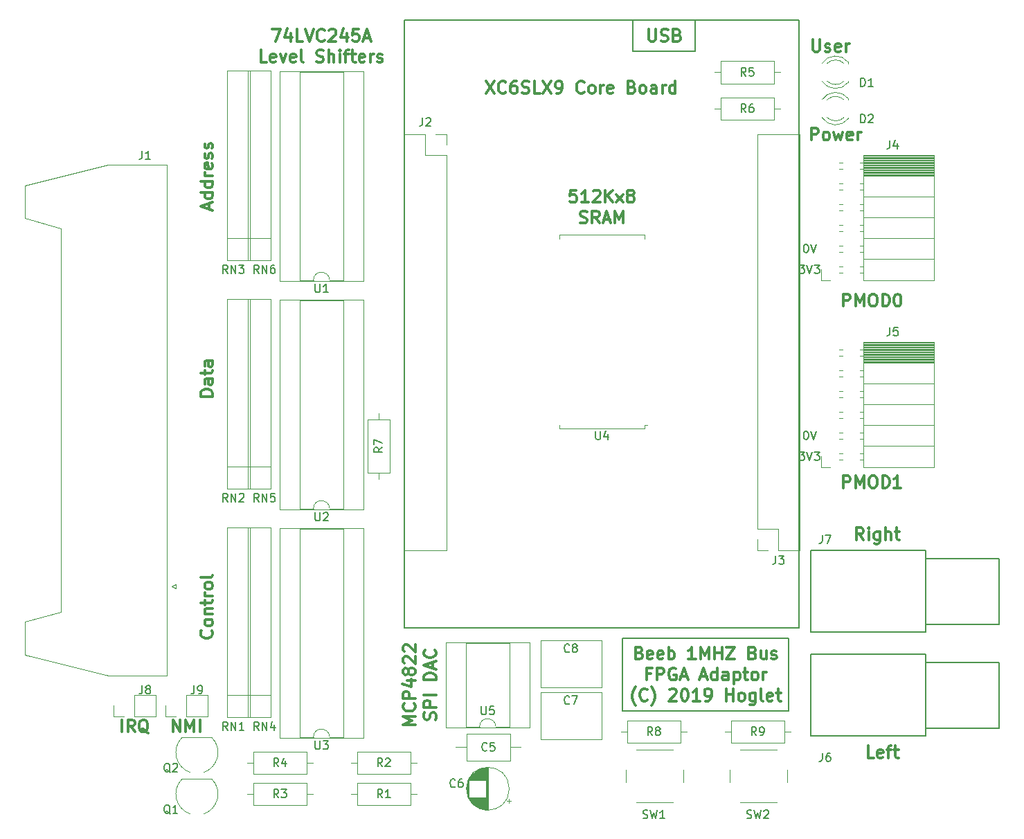
<source format=gto>
G04 #@! TF.GenerationSoftware,KiCad,Pcbnew,5.0.1-33cea8e~68~ubuntu16.04.1*
G04 #@! TF.CreationDate,2019-03-05T15:27:08+00:00*
G04 #@! TF.ProjectId,Music5000,4D75736963353030302E6B696361645F,rev?*
G04 #@! TF.SameCoordinates,PX3021c70PY8dff518*
G04 #@! TF.FileFunction,Legend,Top*
G04 #@! TF.FilePolarity,Positive*
%FSLAX46Y46*%
G04 Gerber Fmt 4.6, Leading zero omitted, Abs format (unit mm)*
G04 Created by KiCad (PCBNEW 5.0.1-33cea8e~68~ubuntu16.04.1) date Tue 05 Mar 2019 15:27:08 GMT*
%MOMM*%
%LPD*%
G01*
G04 APERTURE LIST*
%ADD10C,0.200000*%
%ADD11C,0.300000*%
%ADD12C,0.152400*%
%ADD13C,0.120000*%
%ADD14C,0.150000*%
G04 APERTURE END LIST*
D10*
X83820000Y22860000D02*
X63500000Y22860000D01*
X83820000Y13970000D02*
X83820000Y22860000D01*
X63500000Y13970000D02*
X83820000Y13970000D01*
X63500000Y22860000D02*
X63500000Y13970000D01*
D11*
X65552857Y21072143D02*
X65767142Y21000715D01*
X65838571Y20929286D01*
X65910000Y20786429D01*
X65910000Y20572143D01*
X65838571Y20429286D01*
X65767142Y20357858D01*
X65624285Y20286429D01*
X65052857Y20286429D01*
X65052857Y21786429D01*
X65552857Y21786429D01*
X65695714Y21715000D01*
X65767142Y21643572D01*
X65838571Y21500715D01*
X65838571Y21357858D01*
X65767142Y21215000D01*
X65695714Y21143572D01*
X65552857Y21072143D01*
X65052857Y21072143D01*
X67124285Y20357858D02*
X66981428Y20286429D01*
X66695714Y20286429D01*
X66552857Y20357858D01*
X66481428Y20500715D01*
X66481428Y21072143D01*
X66552857Y21215000D01*
X66695714Y21286429D01*
X66981428Y21286429D01*
X67124285Y21215000D01*
X67195714Y21072143D01*
X67195714Y20929286D01*
X66481428Y20786429D01*
X68410000Y20357858D02*
X68267142Y20286429D01*
X67981428Y20286429D01*
X67838571Y20357858D01*
X67767142Y20500715D01*
X67767142Y21072143D01*
X67838571Y21215000D01*
X67981428Y21286429D01*
X68267142Y21286429D01*
X68410000Y21215000D01*
X68481428Y21072143D01*
X68481428Y20929286D01*
X67767142Y20786429D01*
X69124285Y20286429D02*
X69124285Y21786429D01*
X69124285Y21215000D02*
X69267142Y21286429D01*
X69552857Y21286429D01*
X69695714Y21215000D01*
X69767142Y21143572D01*
X69838571Y21000715D01*
X69838571Y20572143D01*
X69767142Y20429286D01*
X69695714Y20357858D01*
X69552857Y20286429D01*
X69267142Y20286429D01*
X69124285Y20357858D01*
X72410000Y20286429D02*
X71552857Y20286429D01*
X71981428Y20286429D02*
X71981428Y21786429D01*
X71838571Y21572143D01*
X71695714Y21429286D01*
X71552857Y21357858D01*
X73052857Y20286429D02*
X73052857Y21786429D01*
X73552857Y20715000D01*
X74052857Y21786429D01*
X74052857Y20286429D01*
X74767142Y20286429D02*
X74767142Y21786429D01*
X74767142Y21072143D02*
X75624285Y21072143D01*
X75624285Y20286429D02*
X75624285Y21786429D01*
X76195714Y21786429D02*
X77195714Y21786429D01*
X76195714Y20286429D01*
X77195714Y20286429D01*
X79410000Y21072143D02*
X79624285Y21000715D01*
X79695714Y20929286D01*
X79767142Y20786429D01*
X79767142Y20572143D01*
X79695714Y20429286D01*
X79624285Y20357858D01*
X79481428Y20286429D01*
X78910000Y20286429D01*
X78910000Y21786429D01*
X79410000Y21786429D01*
X79552857Y21715000D01*
X79624285Y21643572D01*
X79695714Y21500715D01*
X79695714Y21357858D01*
X79624285Y21215000D01*
X79552857Y21143572D01*
X79410000Y21072143D01*
X78910000Y21072143D01*
X81052857Y21286429D02*
X81052857Y20286429D01*
X80410000Y21286429D02*
X80410000Y20500715D01*
X80481428Y20357858D01*
X80624285Y20286429D01*
X80838571Y20286429D01*
X80981428Y20357858D01*
X81052857Y20429286D01*
X81695714Y20357858D02*
X81838571Y20286429D01*
X82124285Y20286429D01*
X82267142Y20357858D01*
X82338571Y20500715D01*
X82338571Y20572143D01*
X82267142Y20715000D01*
X82124285Y20786429D01*
X81910000Y20786429D01*
X81767142Y20857858D01*
X81695714Y21000715D01*
X81695714Y21072143D01*
X81767142Y21215000D01*
X81910000Y21286429D01*
X82124285Y21286429D01*
X82267142Y21215000D01*
X66910000Y18522143D02*
X66410000Y18522143D01*
X66410000Y17736429D02*
X66410000Y19236429D01*
X67124285Y19236429D01*
X67695714Y17736429D02*
X67695714Y19236429D01*
X68267142Y19236429D01*
X68410000Y19165000D01*
X68481428Y19093572D01*
X68552857Y18950715D01*
X68552857Y18736429D01*
X68481428Y18593572D01*
X68410000Y18522143D01*
X68267142Y18450715D01*
X67695714Y18450715D01*
X69981428Y19165000D02*
X69838571Y19236429D01*
X69624285Y19236429D01*
X69410000Y19165000D01*
X69267142Y19022143D01*
X69195714Y18879286D01*
X69124285Y18593572D01*
X69124285Y18379286D01*
X69195714Y18093572D01*
X69267142Y17950715D01*
X69410000Y17807858D01*
X69624285Y17736429D01*
X69767142Y17736429D01*
X69981428Y17807858D01*
X70052857Y17879286D01*
X70052857Y18379286D01*
X69767142Y18379286D01*
X70624285Y18165000D02*
X71338571Y18165000D01*
X70481428Y17736429D02*
X70981428Y19236429D01*
X71481428Y17736429D01*
X73052857Y18165000D02*
X73767142Y18165000D01*
X72910000Y17736429D02*
X73410000Y19236429D01*
X73910000Y17736429D01*
X75052857Y17736429D02*
X75052857Y19236429D01*
X75052857Y17807858D02*
X74910000Y17736429D01*
X74624285Y17736429D01*
X74481428Y17807858D01*
X74410000Y17879286D01*
X74338571Y18022143D01*
X74338571Y18450715D01*
X74410000Y18593572D01*
X74481428Y18665000D01*
X74624285Y18736429D01*
X74910000Y18736429D01*
X75052857Y18665000D01*
X76410000Y17736429D02*
X76410000Y18522143D01*
X76338571Y18665000D01*
X76195714Y18736429D01*
X75910000Y18736429D01*
X75767142Y18665000D01*
X76410000Y17807858D02*
X76267142Y17736429D01*
X75910000Y17736429D01*
X75767142Y17807858D01*
X75695714Y17950715D01*
X75695714Y18093572D01*
X75767142Y18236429D01*
X75910000Y18307858D01*
X76267142Y18307858D01*
X76410000Y18379286D01*
X77124285Y18736429D02*
X77124285Y17236429D01*
X77124285Y18665000D02*
X77267142Y18736429D01*
X77552857Y18736429D01*
X77695714Y18665000D01*
X77767142Y18593572D01*
X77838571Y18450715D01*
X77838571Y18022143D01*
X77767142Y17879286D01*
X77695714Y17807858D01*
X77552857Y17736429D01*
X77267142Y17736429D01*
X77124285Y17807858D01*
X78267142Y18736429D02*
X78838571Y18736429D01*
X78481428Y19236429D02*
X78481428Y17950715D01*
X78552857Y17807858D01*
X78695714Y17736429D01*
X78838571Y17736429D01*
X79552857Y17736429D02*
X79410000Y17807858D01*
X79338571Y17879286D01*
X79267142Y18022143D01*
X79267142Y18450715D01*
X79338571Y18593572D01*
X79410000Y18665000D01*
X79552857Y18736429D01*
X79767142Y18736429D01*
X79910000Y18665000D01*
X79981428Y18593572D01*
X80052857Y18450715D01*
X80052857Y18022143D01*
X79981428Y17879286D01*
X79910000Y17807858D01*
X79767142Y17736429D01*
X79552857Y17736429D01*
X80695714Y17736429D02*
X80695714Y18736429D01*
X80695714Y18450715D02*
X80767142Y18593572D01*
X80838571Y18665000D01*
X80981428Y18736429D01*
X81124285Y18736429D01*
X65088571Y14615000D02*
X65017142Y14686429D01*
X64874285Y14900715D01*
X64802857Y15043572D01*
X64731428Y15257858D01*
X64659999Y15615000D01*
X64659999Y15900715D01*
X64731428Y16257858D01*
X64802857Y16472143D01*
X64874285Y16615000D01*
X65017142Y16829286D01*
X65088571Y16900715D01*
X66517142Y15329286D02*
X66445714Y15257858D01*
X66231428Y15186429D01*
X66088571Y15186429D01*
X65874285Y15257858D01*
X65731428Y15400715D01*
X65659999Y15543572D01*
X65588571Y15829286D01*
X65588571Y16043572D01*
X65659999Y16329286D01*
X65731428Y16472143D01*
X65874285Y16615000D01*
X66088571Y16686429D01*
X66231428Y16686429D01*
X66445714Y16615000D01*
X66517142Y16543572D01*
X67017142Y14615000D02*
X67088571Y14686429D01*
X67231428Y14900715D01*
X67302857Y15043572D01*
X67374285Y15257858D01*
X67445714Y15615000D01*
X67445714Y15900715D01*
X67374285Y16257858D01*
X67302857Y16472143D01*
X67231428Y16615000D01*
X67088571Y16829286D01*
X67017142Y16900715D01*
X69231428Y16543572D02*
X69302857Y16615000D01*
X69445714Y16686429D01*
X69802857Y16686429D01*
X69945714Y16615000D01*
X70017142Y16543572D01*
X70088571Y16400715D01*
X70088571Y16257858D01*
X70017142Y16043572D01*
X69159999Y15186429D01*
X70088571Y15186429D01*
X71017142Y16686429D02*
X71159999Y16686429D01*
X71302857Y16615000D01*
X71374285Y16543572D01*
X71445714Y16400715D01*
X71517142Y16115000D01*
X71517142Y15757858D01*
X71445714Y15472143D01*
X71374285Y15329286D01*
X71302857Y15257858D01*
X71159999Y15186429D01*
X71017142Y15186429D01*
X70874285Y15257858D01*
X70802857Y15329286D01*
X70731428Y15472143D01*
X70659999Y15757858D01*
X70659999Y16115000D01*
X70731428Y16400715D01*
X70802857Y16543572D01*
X70874285Y16615000D01*
X71017142Y16686429D01*
X72945714Y15186429D02*
X72088571Y15186429D01*
X72517142Y15186429D02*
X72517142Y16686429D01*
X72374285Y16472143D01*
X72231428Y16329286D01*
X72088571Y16257858D01*
X73659999Y15186429D02*
X73945714Y15186429D01*
X74088571Y15257858D01*
X74159999Y15329286D01*
X74302857Y15543572D01*
X74374285Y15829286D01*
X74374285Y16400715D01*
X74302857Y16543572D01*
X74231428Y16615000D01*
X74088571Y16686429D01*
X73802857Y16686429D01*
X73659999Y16615000D01*
X73588571Y16543572D01*
X73517142Y16400715D01*
X73517142Y16043572D01*
X73588571Y15900715D01*
X73659999Y15829286D01*
X73802857Y15757858D01*
X74088571Y15757858D01*
X74231428Y15829286D01*
X74302857Y15900715D01*
X74374285Y16043572D01*
X76159999Y15186429D02*
X76159999Y16686429D01*
X76159999Y15972143D02*
X77017142Y15972143D01*
X77017142Y15186429D02*
X77017142Y16686429D01*
X77945714Y15186429D02*
X77802857Y15257858D01*
X77731428Y15329286D01*
X77659999Y15472143D01*
X77659999Y15900715D01*
X77731428Y16043572D01*
X77802857Y16115000D01*
X77945714Y16186429D01*
X78159999Y16186429D01*
X78302857Y16115000D01*
X78374285Y16043572D01*
X78445714Y15900715D01*
X78445714Y15472143D01*
X78374285Y15329286D01*
X78302857Y15257858D01*
X78159999Y15186429D01*
X77945714Y15186429D01*
X79731428Y16186429D02*
X79731428Y14972143D01*
X79659999Y14829286D01*
X79588571Y14757858D01*
X79445714Y14686429D01*
X79231428Y14686429D01*
X79088571Y14757858D01*
X79731428Y15257858D02*
X79588571Y15186429D01*
X79302857Y15186429D01*
X79159999Y15257858D01*
X79088571Y15329286D01*
X79017142Y15472143D01*
X79017142Y15900715D01*
X79088571Y16043572D01*
X79159999Y16115000D01*
X79302857Y16186429D01*
X79588571Y16186429D01*
X79731428Y16115000D01*
X80659999Y15186429D02*
X80517142Y15257858D01*
X80445714Y15400715D01*
X80445714Y16686429D01*
X81802857Y15257858D02*
X81659999Y15186429D01*
X81374285Y15186429D01*
X81231428Y15257858D01*
X81159999Y15400715D01*
X81159999Y15972143D01*
X81231428Y16115000D01*
X81374285Y16186429D01*
X81659999Y16186429D01*
X81802857Y16115000D01*
X81874285Y15972143D01*
X81874285Y15829286D01*
X81159999Y15686429D01*
X82302857Y16186429D02*
X82874285Y16186429D01*
X82517142Y16686429D02*
X82517142Y15400715D01*
X82588571Y15257858D01*
X82731428Y15186429D01*
X82874285Y15186429D01*
X8517142Y11386429D02*
X8517142Y12886429D01*
X9374285Y11386429D01*
X9374285Y12886429D01*
X10088571Y11386429D02*
X10088571Y12886429D01*
X10588571Y11815000D01*
X11088571Y12886429D01*
X11088571Y11386429D01*
X11802857Y11386429D02*
X11802857Y12886429D01*
X2274285Y11386429D02*
X2274285Y12886429D01*
X3845714Y11386429D02*
X3345714Y12100715D01*
X2988571Y11386429D02*
X2988571Y12886429D01*
X3560000Y12886429D01*
X3702857Y12815000D01*
X3774285Y12743572D01*
X3845714Y12600715D01*
X3845714Y12386429D01*
X3774285Y12243572D01*
X3702857Y12172143D01*
X3560000Y12100715D01*
X2988571Y12100715D01*
X5488571Y11243572D02*
X5345714Y11315000D01*
X5202857Y11457858D01*
X4988571Y11672143D01*
X4845714Y11743572D01*
X4702857Y11743572D01*
X4774285Y11386429D02*
X4631428Y11457858D01*
X4488571Y11600715D01*
X4417142Y11886429D01*
X4417142Y12386429D01*
X4488571Y12672143D01*
X4631428Y12815000D01*
X4774285Y12886429D01*
X5060000Y12886429D01*
X5202857Y12815000D01*
X5345714Y12672143D01*
X5417142Y12386429D01*
X5417142Y11886429D01*
X5345714Y11600715D01*
X5202857Y11457858D01*
X5060000Y11386429D01*
X4774285Y11386429D01*
D12*
X85876190Y48181381D02*
X85972952Y48181381D01*
X86069714Y48133000D01*
X86118095Y48084620D01*
X86166476Y47987858D01*
X86214857Y47794334D01*
X86214857Y47552429D01*
X86166476Y47358905D01*
X86118095Y47262143D01*
X86069714Y47213762D01*
X85972952Y47165381D01*
X85876190Y47165381D01*
X85779428Y47213762D01*
X85731047Y47262143D01*
X85682666Y47358905D01*
X85634285Y47552429D01*
X85634285Y47794334D01*
X85682666Y47987858D01*
X85731047Y48084620D01*
X85779428Y48133000D01*
X85876190Y48181381D01*
X86505142Y48181381D02*
X86843809Y47165381D01*
X87182476Y48181381D01*
X85102095Y45641381D02*
X85731047Y45641381D01*
X85392380Y45254334D01*
X85537523Y45254334D01*
X85634285Y45205953D01*
X85682666Y45157572D01*
X85731047Y45060810D01*
X85731047Y44818905D01*
X85682666Y44722143D01*
X85634285Y44673762D01*
X85537523Y44625381D01*
X85247238Y44625381D01*
X85150476Y44673762D01*
X85102095Y44722143D01*
X86021333Y45641381D02*
X86360000Y44625381D01*
X86698666Y45641381D01*
X86940571Y45641381D02*
X87569523Y45641381D01*
X87230857Y45254334D01*
X87376000Y45254334D01*
X87472761Y45205953D01*
X87521142Y45157572D01*
X87569523Y45060810D01*
X87569523Y44818905D01*
X87521142Y44722143D01*
X87472761Y44673762D01*
X87376000Y44625381D01*
X87085714Y44625381D01*
X86988952Y44673762D01*
X86940571Y44722143D01*
X85102095Y68501381D02*
X85731047Y68501381D01*
X85392380Y68114334D01*
X85537523Y68114334D01*
X85634285Y68065953D01*
X85682666Y68017572D01*
X85731047Y67920810D01*
X85731047Y67678905D01*
X85682666Y67582143D01*
X85634285Y67533762D01*
X85537523Y67485381D01*
X85247238Y67485381D01*
X85150476Y67533762D01*
X85102095Y67582143D01*
X86021333Y68501381D02*
X86360000Y67485381D01*
X86698666Y68501381D01*
X86940571Y68501381D02*
X87569523Y68501381D01*
X87230857Y68114334D01*
X87376000Y68114334D01*
X87472761Y68065953D01*
X87521142Y68017572D01*
X87569523Y67920810D01*
X87569523Y67678905D01*
X87521142Y67582143D01*
X87472761Y67533762D01*
X87376000Y67485381D01*
X87085714Y67485381D01*
X86988952Y67533762D01*
X86940571Y67582143D01*
X85876190Y71041381D02*
X85972952Y71041381D01*
X86069714Y70993000D01*
X86118095Y70944620D01*
X86166476Y70847858D01*
X86214857Y70654334D01*
X86214857Y70412429D01*
X86166476Y70218905D01*
X86118095Y70122143D01*
X86069714Y70073762D01*
X85972952Y70025381D01*
X85876190Y70025381D01*
X85779428Y70073762D01*
X85731047Y70122143D01*
X85682666Y70218905D01*
X85634285Y70412429D01*
X85634285Y70654334D01*
X85682666Y70847858D01*
X85731047Y70944620D01*
X85779428Y70993000D01*
X85876190Y71041381D01*
X86505142Y71041381D02*
X86843809Y70025381D01*
X87182476Y71041381D01*
D11*
X13235714Y23812858D02*
X13307142Y23741429D01*
X13378571Y23527143D01*
X13378571Y23384286D01*
X13307142Y23170000D01*
X13164285Y23027143D01*
X13021428Y22955715D01*
X12735714Y22884286D01*
X12521428Y22884286D01*
X12235714Y22955715D01*
X12092857Y23027143D01*
X11950000Y23170000D01*
X11878571Y23384286D01*
X11878571Y23527143D01*
X11950000Y23741429D01*
X12021428Y23812858D01*
X13378571Y24670000D02*
X13307142Y24527143D01*
X13235714Y24455715D01*
X13092857Y24384286D01*
X12664285Y24384286D01*
X12521428Y24455715D01*
X12450000Y24527143D01*
X12378571Y24670000D01*
X12378571Y24884286D01*
X12450000Y25027143D01*
X12521428Y25098572D01*
X12664285Y25170000D01*
X13092857Y25170000D01*
X13235714Y25098572D01*
X13307142Y25027143D01*
X13378571Y24884286D01*
X13378571Y24670000D01*
X12378571Y25812858D02*
X13378571Y25812858D01*
X12521428Y25812858D02*
X12450000Y25884286D01*
X12378571Y26027143D01*
X12378571Y26241429D01*
X12450000Y26384286D01*
X12592857Y26455715D01*
X13378571Y26455715D01*
X12378571Y26955715D02*
X12378571Y27527143D01*
X11878571Y27170001D02*
X13164285Y27170000D01*
X13307142Y27241429D01*
X13378571Y27384286D01*
X13378571Y27527143D01*
X13378571Y28027143D02*
X12378571Y28027143D01*
X12664285Y28027143D02*
X12521428Y28098572D01*
X12450000Y28170000D01*
X12378571Y28312858D01*
X12378571Y28455715D01*
X13378571Y29170000D02*
X13307142Y29027143D01*
X13235714Y28955715D01*
X13092857Y28884286D01*
X12664285Y28884286D01*
X12521428Y28955715D01*
X12450000Y29027143D01*
X12378571Y29170000D01*
X12378571Y29384286D01*
X12450000Y29527143D01*
X12521428Y29598572D01*
X12664285Y29670000D01*
X13092857Y29670000D01*
X13235714Y29598572D01*
X13307142Y29527143D01*
X13378571Y29384286D01*
X13378571Y29170000D01*
X13378571Y30527143D02*
X13307142Y30384286D01*
X13164285Y30312858D01*
X11878571Y30312858D01*
X13378571Y52431429D02*
X11878571Y52431429D01*
X11878571Y52788572D01*
X11950000Y53002858D01*
X12092857Y53145715D01*
X12235714Y53217143D01*
X12521428Y53288572D01*
X12735714Y53288572D01*
X13021428Y53217143D01*
X13164285Y53145715D01*
X13307142Y53002858D01*
X13378571Y52788572D01*
X13378571Y52431429D01*
X13378571Y54574286D02*
X12592857Y54574286D01*
X12450000Y54502858D01*
X12378571Y54360000D01*
X12378571Y54074286D01*
X12450000Y53931429D01*
X13307142Y54574286D02*
X13378571Y54431429D01*
X13378571Y54074286D01*
X13307142Y53931429D01*
X13164285Y53860000D01*
X13021428Y53860000D01*
X12878571Y53931429D01*
X12807142Y54074286D01*
X12807142Y54431429D01*
X12735714Y54574286D01*
X12378571Y55074286D02*
X12378571Y55645715D01*
X11878571Y55288572D02*
X13164285Y55288572D01*
X13307142Y55360000D01*
X13378571Y55502858D01*
X13378571Y55645715D01*
X13378571Y56788572D02*
X12592857Y56788572D01*
X12450000Y56717143D01*
X12378571Y56574286D01*
X12378571Y56288572D01*
X12450000Y56145715D01*
X13307142Y56788572D02*
X13378571Y56645715D01*
X13378571Y56288572D01*
X13307142Y56145715D01*
X13164285Y56074286D01*
X13021428Y56074286D01*
X12878571Y56145715D01*
X12807142Y56288572D01*
X12807142Y56645715D01*
X12735714Y56788572D01*
X12950000Y75339286D02*
X12950000Y76053572D01*
X13378571Y75196429D02*
X11878571Y75696429D01*
X13378571Y76196429D01*
X13378571Y77339286D02*
X11878571Y77339286D01*
X13307142Y77339286D02*
X13378571Y77196429D01*
X13378571Y76910715D01*
X13307142Y76767858D01*
X13235714Y76696429D01*
X13092857Y76625000D01*
X12664285Y76625000D01*
X12521428Y76696429D01*
X12450000Y76767858D01*
X12378571Y76910715D01*
X12378571Y77196429D01*
X12450000Y77339286D01*
X13378571Y78696429D02*
X11878571Y78696429D01*
X13307142Y78696429D02*
X13378571Y78553572D01*
X13378571Y78267858D01*
X13307142Y78125000D01*
X13235714Y78053572D01*
X13092857Y77982143D01*
X12664285Y77982143D01*
X12521428Y78053572D01*
X12450000Y78125000D01*
X12378571Y78267858D01*
X12378571Y78553572D01*
X12450000Y78696429D01*
X13378571Y79410715D02*
X12378571Y79410715D01*
X12664285Y79410715D02*
X12521428Y79482143D01*
X12450000Y79553572D01*
X12378571Y79696429D01*
X12378571Y79839286D01*
X13307142Y80910715D02*
X13378571Y80767858D01*
X13378571Y80482143D01*
X13307142Y80339286D01*
X13164285Y80267858D01*
X12592857Y80267858D01*
X12450000Y80339286D01*
X12378571Y80482143D01*
X12378571Y80767858D01*
X12450000Y80910715D01*
X12592857Y80982143D01*
X12735714Y80982143D01*
X12878571Y80267858D01*
X13307142Y81553572D02*
X13378571Y81696429D01*
X13378571Y81982143D01*
X13307142Y82125001D01*
X13164285Y82196429D01*
X13092857Y82196429D01*
X12950000Y82125001D01*
X12878571Y81982143D01*
X12878571Y81767858D01*
X12807142Y81625000D01*
X12664285Y81553572D01*
X12592857Y81553572D01*
X12450000Y81625000D01*
X12378571Y81767858D01*
X12378571Y81982143D01*
X12450000Y82125001D01*
X13307142Y82767858D02*
X13378571Y82910715D01*
X13378571Y83196429D01*
X13307142Y83339286D01*
X13164285Y83410715D01*
X13092857Y83410715D01*
X12950000Y83339286D01*
X12878571Y83196429D01*
X12878571Y82982143D01*
X12807142Y82839286D01*
X12664285Y82767858D01*
X12592857Y82767858D01*
X12450000Y82839286D01*
X12378571Y82982143D01*
X12378571Y83196429D01*
X12450000Y83339286D01*
X20670000Y97346429D02*
X21670000Y97346429D01*
X21027142Y95846429D01*
X22884285Y96846429D02*
X22884285Y95846429D01*
X22527142Y97417858D02*
X22170000Y96346429D01*
X23098571Y96346429D01*
X24384285Y95846429D02*
X23670000Y95846429D01*
X23670000Y97346429D01*
X24670000Y97346429D02*
X25170000Y95846429D01*
X25670000Y97346429D01*
X27027142Y95989286D02*
X26955714Y95917858D01*
X26741428Y95846429D01*
X26598571Y95846429D01*
X26384285Y95917858D01*
X26241428Y96060715D01*
X26170000Y96203572D01*
X26098571Y96489286D01*
X26098571Y96703572D01*
X26170000Y96989286D01*
X26241428Y97132143D01*
X26384285Y97275000D01*
X26598571Y97346429D01*
X26741428Y97346429D01*
X26955714Y97275000D01*
X27027142Y97203572D01*
X27598571Y97203572D02*
X27670000Y97275000D01*
X27812857Y97346429D01*
X28170000Y97346429D01*
X28312857Y97275000D01*
X28384285Y97203572D01*
X28455714Y97060715D01*
X28455714Y96917858D01*
X28384285Y96703572D01*
X27527142Y95846429D01*
X28455714Y95846429D01*
X29741428Y96846429D02*
X29741428Y95846429D01*
X29384285Y97417858D02*
X29027142Y96346429D01*
X29955714Y96346429D01*
X31241428Y97346429D02*
X30527142Y97346429D01*
X30455714Y96632143D01*
X30527142Y96703572D01*
X30670000Y96775000D01*
X31027142Y96775000D01*
X31170000Y96703572D01*
X31241428Y96632143D01*
X31312857Y96489286D01*
X31312857Y96132143D01*
X31241428Y95989286D01*
X31170000Y95917858D01*
X31027142Y95846429D01*
X30670000Y95846429D01*
X30527142Y95917858D01*
X30455714Y95989286D01*
X31884285Y96275000D02*
X32598571Y96275000D01*
X31741428Y95846429D02*
X32241428Y97346429D01*
X32741428Y95846429D01*
X19991428Y93296429D02*
X19277142Y93296429D01*
X19277142Y94796429D01*
X21062857Y93367858D02*
X20920000Y93296429D01*
X20634285Y93296429D01*
X20491428Y93367858D01*
X20420000Y93510715D01*
X20420000Y94082143D01*
X20491428Y94225000D01*
X20634285Y94296429D01*
X20920000Y94296429D01*
X21062857Y94225000D01*
X21134285Y94082143D01*
X21134285Y93939286D01*
X20420000Y93796429D01*
X21634285Y94296429D02*
X21991428Y93296429D01*
X22348571Y94296429D01*
X23491428Y93367858D02*
X23348571Y93296429D01*
X23062857Y93296429D01*
X22920000Y93367858D01*
X22848571Y93510715D01*
X22848571Y94082143D01*
X22920000Y94225000D01*
X23062857Y94296429D01*
X23348571Y94296429D01*
X23491428Y94225000D01*
X23562857Y94082143D01*
X23562857Y93939286D01*
X22848571Y93796429D01*
X24420000Y93296429D02*
X24277142Y93367858D01*
X24205714Y93510715D01*
X24205714Y94796429D01*
X26062857Y93367858D02*
X26277142Y93296429D01*
X26634285Y93296429D01*
X26777142Y93367858D01*
X26848571Y93439286D01*
X26920000Y93582143D01*
X26920000Y93725000D01*
X26848571Y93867858D01*
X26777142Y93939286D01*
X26634285Y94010715D01*
X26348571Y94082143D01*
X26205714Y94153572D01*
X26134285Y94225000D01*
X26062857Y94367858D01*
X26062857Y94510715D01*
X26134285Y94653572D01*
X26205714Y94725000D01*
X26348571Y94796429D01*
X26705714Y94796429D01*
X26920000Y94725000D01*
X27562857Y93296429D02*
X27562857Y94796429D01*
X28205714Y93296429D02*
X28205714Y94082143D01*
X28134285Y94225000D01*
X27991428Y94296429D01*
X27777142Y94296429D01*
X27634285Y94225000D01*
X27562857Y94153572D01*
X28920000Y93296429D02*
X28920000Y94296429D01*
X28920000Y94796429D02*
X28848571Y94725000D01*
X28920000Y94653572D01*
X28991428Y94725000D01*
X28920000Y94796429D01*
X28920000Y94653572D01*
X29420000Y94296429D02*
X29991428Y94296429D01*
X29634285Y93296429D02*
X29634285Y94582143D01*
X29705714Y94725000D01*
X29848571Y94796429D01*
X29991428Y94796429D01*
X30277142Y94296429D02*
X30848571Y94296429D01*
X30491428Y94796429D02*
X30491428Y93510715D01*
X30562857Y93367858D01*
X30705714Y93296429D01*
X30848571Y93296429D01*
X31920000Y93367858D02*
X31777142Y93296429D01*
X31491428Y93296429D01*
X31348571Y93367858D01*
X31277142Y93510715D01*
X31277142Y94082143D01*
X31348571Y94225000D01*
X31491428Y94296429D01*
X31777142Y94296429D01*
X31920000Y94225000D01*
X31991428Y94082143D01*
X31991428Y93939286D01*
X31277142Y93796429D01*
X32634285Y93296429D02*
X32634285Y94296429D01*
X32634285Y94010715D02*
X32705714Y94153572D01*
X32777142Y94225000D01*
X32920000Y94296429D01*
X33062857Y94296429D01*
X33491428Y93367858D02*
X33634285Y93296429D01*
X33920000Y93296429D01*
X34062857Y93367858D01*
X34134285Y93510715D01*
X34134285Y93582143D01*
X34062857Y93725000D01*
X33920000Y93796429D01*
X33705714Y93796429D01*
X33562857Y93867858D01*
X33491428Y94010715D01*
X33491428Y94082143D01*
X33562857Y94225000D01*
X33705714Y94296429D01*
X33920000Y94296429D01*
X34062857Y94225000D01*
X46777142Y90991429D02*
X47777142Y89491429D01*
X47777142Y90991429D02*
X46777142Y89491429D01*
X49205714Y89634286D02*
X49134285Y89562858D01*
X48920000Y89491429D01*
X48777142Y89491429D01*
X48562857Y89562858D01*
X48420000Y89705715D01*
X48348571Y89848572D01*
X48277142Y90134286D01*
X48277142Y90348572D01*
X48348571Y90634286D01*
X48420000Y90777143D01*
X48562857Y90920000D01*
X48777142Y90991429D01*
X48920000Y90991429D01*
X49134285Y90920000D01*
X49205714Y90848572D01*
X50491428Y90991429D02*
X50205714Y90991429D01*
X50062857Y90920000D01*
X49991428Y90848572D01*
X49848571Y90634286D01*
X49777142Y90348572D01*
X49777142Y89777143D01*
X49848571Y89634286D01*
X49920000Y89562858D01*
X50062857Y89491429D01*
X50348571Y89491429D01*
X50491428Y89562858D01*
X50562857Y89634286D01*
X50634285Y89777143D01*
X50634285Y90134286D01*
X50562857Y90277143D01*
X50491428Y90348572D01*
X50348571Y90420000D01*
X50062857Y90420000D01*
X49920000Y90348572D01*
X49848571Y90277143D01*
X49777142Y90134286D01*
X51205714Y89562858D02*
X51420000Y89491429D01*
X51777142Y89491429D01*
X51920000Y89562858D01*
X51991428Y89634286D01*
X52062857Y89777143D01*
X52062857Y89920000D01*
X51991428Y90062858D01*
X51920000Y90134286D01*
X51777142Y90205715D01*
X51491428Y90277143D01*
X51348571Y90348572D01*
X51277142Y90420000D01*
X51205714Y90562858D01*
X51205714Y90705715D01*
X51277142Y90848572D01*
X51348571Y90920000D01*
X51491428Y90991429D01*
X51848571Y90991429D01*
X52062857Y90920000D01*
X53420000Y89491429D02*
X52705714Y89491429D01*
X52705714Y90991429D01*
X53777142Y90991429D02*
X54777142Y89491429D01*
X54777142Y90991429D02*
X53777142Y89491429D01*
X55420000Y89491429D02*
X55705714Y89491429D01*
X55848571Y89562858D01*
X55920000Y89634286D01*
X56062857Y89848572D01*
X56134285Y90134286D01*
X56134285Y90705715D01*
X56062857Y90848572D01*
X55991428Y90920000D01*
X55848571Y90991429D01*
X55562857Y90991429D01*
X55420000Y90920000D01*
X55348571Y90848572D01*
X55277142Y90705715D01*
X55277142Y90348572D01*
X55348571Y90205715D01*
X55420000Y90134286D01*
X55562857Y90062858D01*
X55848571Y90062858D01*
X55991428Y90134286D01*
X56062857Y90205715D01*
X56134285Y90348572D01*
X58777142Y89634286D02*
X58705714Y89562858D01*
X58491428Y89491429D01*
X58348571Y89491429D01*
X58134285Y89562858D01*
X57991428Y89705715D01*
X57920000Y89848572D01*
X57848571Y90134286D01*
X57848571Y90348572D01*
X57920000Y90634286D01*
X57991428Y90777143D01*
X58134285Y90920000D01*
X58348571Y90991429D01*
X58491428Y90991429D01*
X58705714Y90920000D01*
X58777142Y90848572D01*
X59634285Y89491429D02*
X59491428Y89562858D01*
X59420000Y89634286D01*
X59348571Y89777143D01*
X59348571Y90205715D01*
X59420000Y90348572D01*
X59491428Y90420000D01*
X59634285Y90491429D01*
X59848571Y90491429D01*
X59991428Y90420000D01*
X60062857Y90348572D01*
X60134285Y90205715D01*
X60134285Y89777143D01*
X60062857Y89634286D01*
X59991428Y89562858D01*
X59848571Y89491429D01*
X59634285Y89491429D01*
X60777142Y89491429D02*
X60777142Y90491429D01*
X60777142Y90205715D02*
X60848571Y90348572D01*
X60920000Y90420000D01*
X61062857Y90491429D01*
X61205714Y90491429D01*
X62277142Y89562858D02*
X62134285Y89491429D01*
X61848571Y89491429D01*
X61705714Y89562858D01*
X61634285Y89705715D01*
X61634285Y90277143D01*
X61705714Y90420000D01*
X61848571Y90491429D01*
X62134285Y90491429D01*
X62277142Y90420000D01*
X62348571Y90277143D01*
X62348571Y90134286D01*
X61634285Y89991429D01*
X64634285Y90277143D02*
X64848571Y90205715D01*
X64920000Y90134286D01*
X64991428Y89991429D01*
X64991428Y89777143D01*
X64920000Y89634286D01*
X64848571Y89562858D01*
X64705714Y89491429D01*
X64134285Y89491429D01*
X64134285Y90991429D01*
X64634285Y90991429D01*
X64777142Y90920000D01*
X64848571Y90848572D01*
X64920000Y90705715D01*
X64920000Y90562858D01*
X64848571Y90420000D01*
X64777142Y90348572D01*
X64634285Y90277143D01*
X64134285Y90277143D01*
X65848571Y89491429D02*
X65705714Y89562858D01*
X65634285Y89634286D01*
X65562857Y89777143D01*
X65562857Y90205715D01*
X65634285Y90348572D01*
X65705714Y90420000D01*
X65848571Y90491429D01*
X66062857Y90491429D01*
X66205714Y90420000D01*
X66277142Y90348572D01*
X66348571Y90205715D01*
X66348571Y89777143D01*
X66277142Y89634286D01*
X66205714Y89562858D01*
X66062857Y89491429D01*
X65848571Y89491429D01*
X67634285Y89491429D02*
X67634285Y90277143D01*
X67562857Y90420000D01*
X67420000Y90491429D01*
X67134285Y90491429D01*
X66991428Y90420000D01*
X67634285Y89562858D02*
X67491428Y89491429D01*
X67134285Y89491429D01*
X66991428Y89562858D01*
X66920000Y89705715D01*
X66920000Y89848572D01*
X66991428Y89991429D01*
X67134285Y90062858D01*
X67491428Y90062858D01*
X67634285Y90134286D01*
X68348571Y89491429D02*
X68348571Y90491429D01*
X68348571Y90205715D02*
X68420000Y90348572D01*
X68491428Y90420000D01*
X68634285Y90491429D01*
X68777142Y90491429D01*
X69920000Y89491429D02*
X69920000Y90991429D01*
X69920000Y89562858D02*
X69777142Y89491429D01*
X69491428Y89491429D01*
X69348571Y89562858D01*
X69277142Y89634286D01*
X69205714Y89777143D01*
X69205714Y90205715D01*
X69277142Y90348572D01*
X69348571Y90420000D01*
X69491428Y90491429D01*
X69777142Y90491429D01*
X69920000Y90420000D01*
X38138571Y12287858D02*
X36638571Y12287858D01*
X37710000Y12787858D01*
X36638571Y13287858D01*
X38138571Y13287858D01*
X37995714Y14859286D02*
X38067142Y14787858D01*
X38138571Y14573572D01*
X38138571Y14430715D01*
X38067142Y14216429D01*
X37924285Y14073572D01*
X37781428Y14002143D01*
X37495714Y13930715D01*
X37281428Y13930715D01*
X36995714Y14002143D01*
X36852857Y14073572D01*
X36710000Y14216429D01*
X36638571Y14430715D01*
X36638571Y14573572D01*
X36710000Y14787858D01*
X36781428Y14859286D01*
X38138571Y15502143D02*
X36638571Y15502143D01*
X36638571Y16073572D01*
X36710000Y16216429D01*
X36781428Y16287858D01*
X36924285Y16359286D01*
X37138571Y16359286D01*
X37281428Y16287858D01*
X37352857Y16216429D01*
X37424285Y16073572D01*
X37424285Y15502143D01*
X37138571Y17645000D02*
X38138571Y17645000D01*
X36567142Y17287858D02*
X37638571Y16930715D01*
X37638571Y17859286D01*
X37281428Y18645000D02*
X37210000Y18502143D01*
X37138571Y18430715D01*
X36995714Y18359286D01*
X36924285Y18359286D01*
X36781428Y18430715D01*
X36710000Y18502143D01*
X36638571Y18645000D01*
X36638571Y18930715D01*
X36710000Y19073572D01*
X36781428Y19145000D01*
X36924285Y19216429D01*
X36995714Y19216429D01*
X37138571Y19145000D01*
X37210000Y19073572D01*
X37281428Y18930715D01*
X37281428Y18645000D01*
X37352857Y18502143D01*
X37424285Y18430715D01*
X37567142Y18359286D01*
X37852857Y18359286D01*
X37995714Y18430715D01*
X38067142Y18502143D01*
X38138571Y18645000D01*
X38138571Y18930715D01*
X38067142Y19073572D01*
X37995714Y19145000D01*
X37852857Y19216429D01*
X37567142Y19216429D01*
X37424285Y19145000D01*
X37352857Y19073572D01*
X37281428Y18930715D01*
X36781428Y19787858D02*
X36710000Y19859286D01*
X36638571Y20002143D01*
X36638571Y20359286D01*
X36710000Y20502143D01*
X36781428Y20573572D01*
X36924285Y20645000D01*
X37067142Y20645000D01*
X37281428Y20573572D01*
X38138571Y19716429D01*
X38138571Y20645000D01*
X36781428Y21216429D02*
X36710000Y21287858D01*
X36638571Y21430715D01*
X36638571Y21787858D01*
X36710000Y21930715D01*
X36781428Y22002143D01*
X36924285Y22073572D01*
X37067142Y22073572D01*
X37281428Y22002143D01*
X38138571Y21145000D01*
X38138571Y22073572D01*
X40617142Y12895000D02*
X40688571Y13109286D01*
X40688571Y13466429D01*
X40617142Y13609286D01*
X40545714Y13680715D01*
X40402857Y13752143D01*
X40260000Y13752143D01*
X40117142Y13680715D01*
X40045714Y13609286D01*
X39974285Y13466429D01*
X39902857Y13180715D01*
X39831428Y13037858D01*
X39760000Y12966429D01*
X39617142Y12895000D01*
X39474285Y12895000D01*
X39331428Y12966429D01*
X39260000Y13037858D01*
X39188571Y13180715D01*
X39188571Y13537858D01*
X39260000Y13752143D01*
X40688571Y14395000D02*
X39188571Y14395000D01*
X39188571Y14966429D01*
X39260000Y15109286D01*
X39331428Y15180715D01*
X39474285Y15252143D01*
X39688571Y15252143D01*
X39831428Y15180715D01*
X39902857Y15109286D01*
X39974285Y14966429D01*
X39974285Y14395000D01*
X40688571Y15895000D02*
X39188571Y15895000D01*
X40688571Y17752143D02*
X39188571Y17752143D01*
X39188571Y18109286D01*
X39260000Y18323572D01*
X39402857Y18466429D01*
X39545714Y18537858D01*
X39831428Y18609286D01*
X40045714Y18609286D01*
X40331428Y18537858D01*
X40474285Y18466429D01*
X40617142Y18323572D01*
X40688571Y18109286D01*
X40688571Y17752143D01*
X40260000Y19180715D02*
X40260000Y19895000D01*
X40688571Y19037858D02*
X39188571Y19537858D01*
X40688571Y20037858D01*
X40545714Y21395000D02*
X40617142Y21323572D01*
X40688571Y21109286D01*
X40688571Y20966429D01*
X40617142Y20752143D01*
X40474285Y20609286D01*
X40331428Y20537858D01*
X40045714Y20466429D01*
X39831428Y20466429D01*
X39545714Y20537858D01*
X39402857Y20609286D01*
X39260000Y20752143D01*
X39188571Y20966429D01*
X39188571Y21109286D01*
X39260000Y21323572D01*
X39331428Y21395000D01*
X90480000Y41231429D02*
X90480000Y42731429D01*
X91051428Y42731429D01*
X91194285Y42660000D01*
X91265714Y42588572D01*
X91337142Y42445715D01*
X91337142Y42231429D01*
X91265714Y42088572D01*
X91194285Y42017143D01*
X91051428Y41945715D01*
X90480000Y41945715D01*
X91980000Y41231429D02*
X91980000Y42731429D01*
X92480000Y41660000D01*
X92980000Y42731429D01*
X92980000Y41231429D01*
X93980000Y42731429D02*
X94265714Y42731429D01*
X94408571Y42660000D01*
X94551428Y42517143D01*
X94622857Y42231429D01*
X94622857Y41731429D01*
X94551428Y41445715D01*
X94408571Y41302858D01*
X94265714Y41231429D01*
X93980000Y41231429D01*
X93837142Y41302858D01*
X93694285Y41445715D01*
X93622857Y41731429D01*
X93622857Y42231429D01*
X93694285Y42517143D01*
X93837142Y42660000D01*
X93980000Y42731429D01*
X95265714Y41231429D02*
X95265714Y42731429D01*
X95622857Y42731429D01*
X95837142Y42660000D01*
X95980000Y42517143D01*
X96051428Y42374286D01*
X96122857Y42088572D01*
X96122857Y41874286D01*
X96051428Y41588572D01*
X95980000Y41445715D01*
X95837142Y41302858D01*
X95622857Y41231429D01*
X95265714Y41231429D01*
X97551428Y41231429D02*
X96694285Y41231429D01*
X97122857Y41231429D02*
X97122857Y42731429D01*
X96980000Y42517143D01*
X96837142Y42374286D01*
X96694285Y42302858D01*
X90480000Y63456429D02*
X90480000Y64956429D01*
X91051428Y64956429D01*
X91194285Y64885000D01*
X91265714Y64813572D01*
X91337142Y64670715D01*
X91337142Y64456429D01*
X91265714Y64313572D01*
X91194285Y64242143D01*
X91051428Y64170715D01*
X90480000Y64170715D01*
X91980000Y63456429D02*
X91980000Y64956429D01*
X92480000Y63885000D01*
X92980000Y64956429D01*
X92980000Y63456429D01*
X93980000Y64956429D02*
X94265714Y64956429D01*
X94408571Y64885000D01*
X94551428Y64742143D01*
X94622857Y64456429D01*
X94622857Y63956429D01*
X94551428Y63670715D01*
X94408571Y63527858D01*
X94265714Y63456429D01*
X93980000Y63456429D01*
X93837142Y63527858D01*
X93694285Y63670715D01*
X93622857Y63956429D01*
X93622857Y64456429D01*
X93694285Y64742143D01*
X93837142Y64885000D01*
X93980000Y64956429D01*
X95265714Y63456429D02*
X95265714Y64956429D01*
X95622857Y64956429D01*
X95837142Y64885000D01*
X95980000Y64742143D01*
X96051428Y64599286D01*
X96122857Y64313572D01*
X96122857Y64099286D01*
X96051428Y63813572D01*
X95980000Y63670715D01*
X95837142Y63527858D01*
X95622857Y63456429D01*
X95265714Y63456429D01*
X97051428Y64956429D02*
X97194285Y64956429D01*
X97337142Y64885000D01*
X97408571Y64813572D01*
X97480000Y64670715D01*
X97551428Y64385000D01*
X97551428Y64027858D01*
X97480000Y63742143D01*
X97408571Y63599286D01*
X97337142Y63527858D01*
X97194285Y63456429D01*
X97051428Y63456429D01*
X96908571Y63527858D01*
X96837142Y63599286D01*
X96765714Y63742143D01*
X96694285Y64027858D01*
X96694285Y64385000D01*
X96765714Y64670715D01*
X96837142Y64813572D01*
X96908571Y64885000D01*
X97051428Y64956429D01*
D10*
X85090000Y24130000D02*
X85090000Y98425000D01*
X36830000Y98425000D02*
X36830000Y24130000D01*
D11*
X66687142Y97341429D02*
X66687142Y96127143D01*
X66758571Y95984286D01*
X66830000Y95912858D01*
X66972857Y95841429D01*
X67258571Y95841429D01*
X67401428Y95912858D01*
X67472857Y95984286D01*
X67544285Y96127143D01*
X67544285Y97341429D01*
X68187142Y95912858D02*
X68401428Y95841429D01*
X68758571Y95841429D01*
X68901428Y95912858D01*
X68972857Y95984286D01*
X69044285Y96127143D01*
X69044285Y96270000D01*
X68972857Y96412858D01*
X68901428Y96484286D01*
X68758571Y96555715D01*
X68472857Y96627143D01*
X68330000Y96698572D01*
X68258571Y96770000D01*
X68187142Y96912858D01*
X68187142Y97055715D01*
X68258571Y97198572D01*
X68330000Y97270000D01*
X68472857Y97341429D01*
X68830000Y97341429D01*
X69044285Y97270000D01*
X70187142Y96627143D02*
X70401428Y96555715D01*
X70472857Y96484286D01*
X70544285Y96341429D01*
X70544285Y96127143D01*
X70472857Y95984286D01*
X70401428Y95912858D01*
X70258571Y95841429D01*
X69687142Y95841429D01*
X69687142Y97341429D01*
X70187142Y97341429D01*
X70330000Y97270000D01*
X70401428Y97198572D01*
X70472857Y97055715D01*
X70472857Y96912858D01*
X70401428Y96770000D01*
X70330000Y96698572D01*
X70187142Y96627143D01*
X69687142Y96627143D01*
X57817142Y77661429D02*
X57102857Y77661429D01*
X57031428Y76947143D01*
X57102857Y77018572D01*
X57245714Y77090000D01*
X57602857Y77090000D01*
X57745714Y77018572D01*
X57817142Y76947143D01*
X57888571Y76804286D01*
X57888571Y76447143D01*
X57817142Y76304286D01*
X57745714Y76232858D01*
X57602857Y76161429D01*
X57245714Y76161429D01*
X57102857Y76232858D01*
X57031428Y76304286D01*
X59317142Y76161429D02*
X58460000Y76161429D01*
X58888571Y76161429D02*
X58888571Y77661429D01*
X58745714Y77447143D01*
X58602857Y77304286D01*
X58460000Y77232858D01*
X59888571Y77518572D02*
X59960000Y77590000D01*
X60102857Y77661429D01*
X60460000Y77661429D01*
X60602857Y77590000D01*
X60674285Y77518572D01*
X60745714Y77375715D01*
X60745714Y77232858D01*
X60674285Y77018572D01*
X59817142Y76161429D01*
X60745714Y76161429D01*
X61388571Y76161429D02*
X61388571Y77661429D01*
X62245714Y76161429D02*
X61602857Y77018572D01*
X62245714Y77661429D02*
X61388571Y76804286D01*
X62745714Y76161429D02*
X63531428Y77161429D01*
X62745714Y77161429D02*
X63531428Y76161429D01*
X64317142Y77018572D02*
X64174285Y77090000D01*
X64102857Y77161429D01*
X64031428Y77304286D01*
X64031428Y77375715D01*
X64102857Y77518572D01*
X64174285Y77590000D01*
X64317142Y77661429D01*
X64602857Y77661429D01*
X64745714Y77590000D01*
X64817142Y77518572D01*
X64888571Y77375715D01*
X64888571Y77304286D01*
X64817142Y77161429D01*
X64745714Y77090000D01*
X64602857Y77018572D01*
X64317142Y77018572D01*
X64174285Y76947143D01*
X64102857Y76875715D01*
X64031428Y76732858D01*
X64031428Y76447143D01*
X64102857Y76304286D01*
X64174285Y76232858D01*
X64317142Y76161429D01*
X64602857Y76161429D01*
X64745714Y76232858D01*
X64817142Y76304286D01*
X64888571Y76447143D01*
X64888571Y76732858D01*
X64817142Y76875715D01*
X64745714Y76947143D01*
X64602857Y77018572D01*
X58281428Y73682858D02*
X58495714Y73611429D01*
X58852857Y73611429D01*
X58995714Y73682858D01*
X59067142Y73754286D01*
X59138571Y73897143D01*
X59138571Y74040000D01*
X59067142Y74182858D01*
X58995714Y74254286D01*
X58852857Y74325715D01*
X58567142Y74397143D01*
X58424285Y74468572D01*
X58352857Y74540000D01*
X58281428Y74682858D01*
X58281428Y74825715D01*
X58352857Y74968572D01*
X58424285Y75040000D01*
X58567142Y75111429D01*
X58924285Y75111429D01*
X59138571Y75040000D01*
X60638571Y73611429D02*
X60138571Y74325715D01*
X59781428Y73611429D02*
X59781428Y75111429D01*
X60352857Y75111429D01*
X60495714Y75040000D01*
X60567142Y74968572D01*
X60638571Y74825715D01*
X60638571Y74611429D01*
X60567142Y74468572D01*
X60495714Y74397143D01*
X60352857Y74325715D01*
X59781428Y74325715D01*
X61210000Y74040000D02*
X61924285Y74040000D01*
X61067142Y73611429D02*
X61567142Y75111429D01*
X62067142Y73611429D01*
X62567142Y73611429D02*
X62567142Y75111429D01*
X63067142Y74040000D01*
X63567142Y75111429D01*
X63567142Y73611429D01*
X92936428Y34881429D02*
X92436428Y35595715D01*
X92079285Y34881429D02*
X92079285Y36381429D01*
X92650714Y36381429D01*
X92793571Y36310000D01*
X92865000Y36238572D01*
X92936428Y36095715D01*
X92936428Y35881429D01*
X92865000Y35738572D01*
X92793571Y35667143D01*
X92650714Y35595715D01*
X92079285Y35595715D01*
X93579285Y34881429D02*
X93579285Y35881429D01*
X93579285Y36381429D02*
X93507857Y36310000D01*
X93579285Y36238572D01*
X93650714Y36310000D01*
X93579285Y36381429D01*
X93579285Y36238572D01*
X94936428Y35881429D02*
X94936428Y34667143D01*
X94865000Y34524286D01*
X94793571Y34452858D01*
X94650714Y34381429D01*
X94436428Y34381429D01*
X94293571Y34452858D01*
X94936428Y34952858D02*
X94793571Y34881429D01*
X94507857Y34881429D01*
X94365000Y34952858D01*
X94293571Y35024286D01*
X94222142Y35167143D01*
X94222142Y35595715D01*
X94293571Y35738572D01*
X94365000Y35810000D01*
X94507857Y35881429D01*
X94793571Y35881429D01*
X94936428Y35810000D01*
X95650714Y34881429D02*
X95650714Y36381429D01*
X96293571Y34881429D02*
X96293571Y35667143D01*
X96222142Y35810000D01*
X96079285Y35881429D01*
X95865000Y35881429D01*
X95722142Y35810000D01*
X95650714Y35738572D01*
X96793571Y35881429D02*
X97365000Y35881429D01*
X97007857Y36381429D02*
X97007857Y35095715D01*
X97079285Y34952858D01*
X97222142Y34881429D01*
X97365000Y34881429D01*
X94214285Y8211429D02*
X93500000Y8211429D01*
X93500000Y9711429D01*
X95285714Y8282858D02*
X95142857Y8211429D01*
X94857142Y8211429D01*
X94714285Y8282858D01*
X94642857Y8425715D01*
X94642857Y8997143D01*
X94714285Y9140000D01*
X94857142Y9211429D01*
X95142857Y9211429D01*
X95285714Y9140000D01*
X95357142Y8997143D01*
X95357142Y8854286D01*
X94642857Y8711429D01*
X95785714Y9211429D02*
X96357142Y9211429D01*
X96000000Y8211429D02*
X96000000Y9497143D01*
X96071428Y9640000D01*
X96214285Y9711429D01*
X96357142Y9711429D01*
X96642857Y9211429D02*
X97214285Y9211429D01*
X96857142Y9711429D02*
X96857142Y8425715D01*
X96928571Y8282858D01*
X97071428Y8211429D01*
X97214285Y8211429D01*
X86757142Y96071429D02*
X86757142Y94857143D01*
X86828571Y94714286D01*
X86900000Y94642858D01*
X87042857Y94571429D01*
X87328571Y94571429D01*
X87471428Y94642858D01*
X87542857Y94714286D01*
X87614285Y94857143D01*
X87614285Y96071429D01*
X88257142Y94642858D02*
X88400000Y94571429D01*
X88685714Y94571429D01*
X88828571Y94642858D01*
X88900000Y94785715D01*
X88900000Y94857143D01*
X88828571Y95000000D01*
X88685714Y95071429D01*
X88471428Y95071429D01*
X88328571Y95142858D01*
X88257142Y95285715D01*
X88257142Y95357143D01*
X88328571Y95500000D01*
X88471428Y95571429D01*
X88685714Y95571429D01*
X88828571Y95500000D01*
X90114285Y94642858D02*
X89971428Y94571429D01*
X89685714Y94571429D01*
X89542857Y94642858D01*
X89471428Y94785715D01*
X89471428Y95357143D01*
X89542857Y95500000D01*
X89685714Y95571429D01*
X89971428Y95571429D01*
X90114285Y95500000D01*
X90185714Y95357143D01*
X90185714Y95214286D01*
X89471428Y95071429D01*
X90828571Y94571429D02*
X90828571Y95571429D01*
X90828571Y95285715D02*
X90900000Y95428572D01*
X90971428Y95500000D01*
X91114285Y95571429D01*
X91257142Y95571429D01*
X86570714Y83776429D02*
X86570714Y85276429D01*
X87142142Y85276429D01*
X87285000Y85205000D01*
X87356428Y85133572D01*
X87427857Y84990715D01*
X87427857Y84776429D01*
X87356428Y84633572D01*
X87285000Y84562143D01*
X87142142Y84490715D01*
X86570714Y84490715D01*
X88285000Y83776429D02*
X88142142Y83847858D01*
X88070714Y83919286D01*
X87999285Y84062143D01*
X87999285Y84490715D01*
X88070714Y84633572D01*
X88142142Y84705000D01*
X88285000Y84776429D01*
X88499285Y84776429D01*
X88642142Y84705000D01*
X88713571Y84633572D01*
X88785000Y84490715D01*
X88785000Y84062143D01*
X88713571Y83919286D01*
X88642142Y83847858D01*
X88499285Y83776429D01*
X88285000Y83776429D01*
X89285000Y84776429D02*
X89570714Y83776429D01*
X89856428Y84490715D01*
X90142142Y83776429D01*
X90427857Y84776429D01*
X91570714Y83847858D02*
X91427857Y83776429D01*
X91142142Y83776429D01*
X90999285Y83847858D01*
X90927857Y83990715D01*
X90927857Y84562143D01*
X90999285Y84705000D01*
X91142142Y84776429D01*
X91427857Y84776429D01*
X91570714Y84705000D01*
X91642142Y84562143D01*
X91642142Y84419286D01*
X90927857Y84276429D01*
X92285000Y83776429D02*
X92285000Y84776429D01*
X92285000Y84490715D02*
X92356428Y84633572D01*
X92427857Y84705000D01*
X92570714Y84776429D01*
X92713571Y84776429D01*
D10*
X64770000Y98425000D02*
X64770000Y94615000D01*
X72390000Y94615000D02*
X64770000Y94615000D01*
X72390000Y94615000D02*
X72390000Y98425000D01*
X85090000Y24130000D02*
X36830000Y24130000D01*
X36830000Y98425000D02*
X85090000Y98425000D01*
D13*
G04 #@! TO.C,C8*
X53470000Y16815000D02*
X53470000Y22555000D01*
X60910000Y16815000D02*
X60910000Y22555000D01*
X60910000Y22555000D02*
X53470000Y22555000D01*
X60910000Y16815000D02*
X53470000Y16815000D01*
G04 #@! TO.C,SW2*
X83585000Y5255000D02*
X83585000Y6755000D01*
X82335000Y9255000D02*
X77835000Y9255000D01*
X76585000Y6755000D02*
X76585000Y5255000D01*
X77835000Y2755000D02*
X82335000Y2755000D01*
G04 #@! TO.C,SW1*
X65135000Y2755000D02*
X69635000Y2755000D01*
X63885000Y6755000D02*
X63885000Y5255000D01*
X69635000Y9255000D02*
X65135000Y9255000D01*
X70885000Y5255000D02*
X70885000Y6755000D01*
G04 #@! TO.C,U5*
X41850000Y11945000D02*
X52130000Y11945000D01*
X41850000Y22345000D02*
X41850000Y11945000D01*
X52130000Y22345000D02*
X41850000Y22345000D01*
X52130000Y11945000D02*
X52130000Y22345000D01*
X44340000Y12005000D02*
X45990000Y12005000D01*
X44340000Y22285000D02*
X44340000Y12005000D01*
X49640000Y22285000D02*
X44340000Y22285000D01*
X49640000Y12005000D02*
X49640000Y22285000D01*
X47990000Y12005000D02*
X49640000Y12005000D01*
X45990000Y12005000D02*
G75*
G02X47990000Y12005000I1000000J0D01*
G01*
G04 #@! TO.C,R8*
X71350000Y11430000D02*
X70580000Y11430000D01*
X63270000Y11430000D02*
X64040000Y11430000D01*
X70580000Y12800000D02*
X64040000Y12800000D01*
X70580000Y10060000D02*
X70580000Y12800000D01*
X64040000Y10060000D02*
X70580000Y10060000D01*
X64040000Y12800000D02*
X64040000Y10060000D01*
G04 #@! TO.C,R9*
X76740000Y12800000D02*
X76740000Y10060000D01*
X76740000Y10060000D02*
X83280000Y10060000D01*
X83280000Y10060000D02*
X83280000Y12800000D01*
X83280000Y12800000D02*
X76740000Y12800000D01*
X75970000Y11430000D02*
X76740000Y11430000D01*
X84050000Y11430000D02*
X83280000Y11430000D01*
G04 #@! TO.C,J8*
X1210000Y13275000D02*
X1210000Y14605000D01*
X2540000Y13275000D02*
X1210000Y13275000D01*
X3810000Y13275000D02*
X3810000Y15935000D01*
X3810000Y15935000D02*
X6410000Y15935000D01*
X3810000Y13275000D02*
X6410000Y13275000D01*
X6410000Y13275000D02*
X6410000Y15935000D01*
G04 #@! TO.C,J9*
X12760000Y13275000D02*
X12760000Y15935000D01*
X10160000Y13275000D02*
X12760000Y13275000D01*
X10160000Y15935000D02*
X12760000Y15935000D01*
X10160000Y13275000D02*
X10160000Y15935000D01*
X8890000Y13275000D02*
X7560000Y13275000D01*
X7560000Y13275000D02*
X7560000Y14605000D01*
G04 #@! TO.C,R7*
X35025000Y49625000D02*
X32285000Y49625000D01*
X32285000Y49625000D02*
X32285000Y43085000D01*
X32285000Y43085000D02*
X35025000Y43085000D01*
X35025000Y43085000D02*
X35025000Y49625000D01*
X33655000Y50395000D02*
X33655000Y49625000D01*
X33655000Y42315000D02*
X33655000Y43085000D01*
G04 #@! TO.C,R3*
X17550000Y3810000D02*
X18320000Y3810000D01*
X25630000Y3810000D02*
X24860000Y3810000D01*
X18320000Y2440000D02*
X24860000Y2440000D01*
X18320000Y5180000D02*
X18320000Y2440000D01*
X24860000Y5180000D02*
X18320000Y5180000D01*
X24860000Y2440000D02*
X24860000Y5180000D01*
G04 #@! TO.C,Q1*
X9621555Y5637684D02*
G75*
G03X10650000Y1360000I1808445J-1827684D01*
G01*
X13241875Y5651741D02*
G75*
G02X12250000Y1360000I-1811875J-1841741D01*
G01*
X13230000Y5660000D02*
X9630000Y5660000D01*
G04 #@! TO.C,Q2*
X13230000Y10740000D02*
X9630000Y10740000D01*
X13241875Y10731741D02*
G75*
G02X12250000Y6440000I-1811875J-1841741D01*
G01*
X9621555Y10717684D02*
G75*
G03X10650000Y6440000I1808445J-1827684D01*
G01*
G04 #@! TO.C,J4*
X88900000Y66615000D02*
X87790000Y66615000D01*
X87790000Y66615000D02*
X87790000Y67945000D01*
X101607018Y81967193D02*
X101607018Y66607193D01*
X101607018Y66607193D02*
X92977018Y66607193D01*
X92977018Y81967193D02*
X92977018Y66607193D01*
X101607018Y81967193D02*
X92977018Y81967193D01*
X101607018Y69207193D02*
X92977018Y69207193D01*
X101607018Y71747193D02*
X92977018Y71747193D01*
X101607018Y74287193D02*
X92977018Y74287193D01*
X101607018Y76827193D02*
X92977018Y76827193D01*
X101607018Y79367193D02*
X92977018Y79367193D01*
X90390000Y81005000D02*
X89950000Y81005000D01*
X92900000Y81005000D02*
X92490000Y81005000D01*
X90390000Y80285000D02*
X89950000Y80285000D01*
X92900000Y80285000D02*
X92490000Y80285000D01*
X90390000Y78465000D02*
X89950000Y78465000D01*
X92900000Y78465000D02*
X92490000Y78465000D01*
X90390000Y77745000D02*
X89950000Y77745000D01*
X92900000Y77745000D02*
X92490000Y77745000D01*
X90390000Y75925000D02*
X89950000Y75925000D01*
X92900000Y75925000D02*
X92490000Y75925000D01*
X90390000Y75205000D02*
X89950000Y75205000D01*
X92900000Y75205000D02*
X92490000Y75205000D01*
X90390000Y73385000D02*
X89950000Y73385000D01*
X92900000Y73385000D02*
X92490000Y73385000D01*
X90390000Y72665000D02*
X89950000Y72665000D01*
X92900000Y72665000D02*
X92490000Y72665000D01*
X90390000Y70845000D02*
X89950000Y70845000D01*
X92900000Y70845000D02*
X92490000Y70845000D01*
X90390000Y70125000D02*
X89950000Y70125000D01*
X92900000Y70125000D02*
X92490000Y70125000D01*
X90390000Y68305000D02*
X90010000Y68305000D01*
X92900000Y68305000D02*
X92490000Y68305000D01*
X90390000Y67585000D02*
X90010000Y67585000D01*
X92900000Y67585000D02*
X92490000Y67585000D01*
X101607018Y79485293D02*
X92977018Y79485293D01*
X101607018Y79603388D02*
X92977018Y79603388D01*
X101607018Y79721483D02*
X92977018Y79721483D01*
X101607018Y79839578D02*
X92977018Y79839578D01*
X101607018Y79957673D02*
X92977018Y79957673D01*
X101607018Y80075768D02*
X92977018Y80075768D01*
X101607018Y80193863D02*
X92977018Y80193863D01*
X101607018Y80311958D02*
X92977018Y80311958D01*
X101607018Y80430053D02*
X92977018Y80430053D01*
X101607018Y80548148D02*
X92977018Y80548148D01*
X101607018Y80666243D02*
X92977018Y80666243D01*
X101607018Y80784338D02*
X92977018Y80784338D01*
X101607018Y80902433D02*
X92977018Y80902433D01*
X101607018Y81020528D02*
X92977018Y81020528D01*
X101607018Y81138623D02*
X92977018Y81138623D01*
X101607018Y81256718D02*
X92977018Y81256718D01*
X101607018Y81374813D02*
X92977018Y81374813D01*
X101607018Y81492908D02*
X92977018Y81492908D01*
X101607018Y81611003D02*
X92977018Y81611003D01*
X101607018Y81729098D02*
X92977018Y81729098D01*
X101607018Y81847193D02*
X92977018Y81847193D01*
G04 #@! TO.C,J5*
X88900000Y43755000D02*
X87790000Y43755000D01*
X87790000Y43755000D02*
X87790000Y45085000D01*
X101607018Y59107193D02*
X101607018Y43747193D01*
X101607018Y43747193D02*
X92977018Y43747193D01*
X92977018Y59107193D02*
X92977018Y43747193D01*
X101607018Y59107193D02*
X92977018Y59107193D01*
X101607018Y46347193D02*
X92977018Y46347193D01*
X101607018Y48887193D02*
X92977018Y48887193D01*
X101607018Y51427193D02*
X92977018Y51427193D01*
X101607018Y53967193D02*
X92977018Y53967193D01*
X101607018Y56507193D02*
X92977018Y56507193D01*
X90390000Y58145000D02*
X89950000Y58145000D01*
X92900000Y58145000D02*
X92490000Y58145000D01*
X90390000Y57425000D02*
X89950000Y57425000D01*
X92900000Y57425000D02*
X92490000Y57425000D01*
X90390000Y55605000D02*
X89950000Y55605000D01*
X92900000Y55605000D02*
X92490000Y55605000D01*
X90390000Y54885000D02*
X89950000Y54885000D01*
X92900000Y54885000D02*
X92490000Y54885000D01*
X90390000Y53065000D02*
X89950000Y53065000D01*
X92900000Y53065000D02*
X92490000Y53065000D01*
X90390000Y52345000D02*
X89950000Y52345000D01*
X92900000Y52345000D02*
X92490000Y52345000D01*
X90390000Y50525000D02*
X89950000Y50525000D01*
X92900000Y50525000D02*
X92490000Y50525000D01*
X90390000Y49805000D02*
X89950000Y49805000D01*
X92900000Y49805000D02*
X92490000Y49805000D01*
X90390000Y47985000D02*
X89950000Y47985000D01*
X92900000Y47985000D02*
X92490000Y47985000D01*
X90390000Y47265000D02*
X89950000Y47265000D01*
X92900000Y47265000D02*
X92490000Y47265000D01*
X90390000Y45445000D02*
X90010000Y45445000D01*
X92900000Y45445000D02*
X92490000Y45445000D01*
X90390000Y44725000D02*
X90010000Y44725000D01*
X92900000Y44725000D02*
X92490000Y44725000D01*
X101607018Y56625293D02*
X92977018Y56625293D01*
X101607018Y56743388D02*
X92977018Y56743388D01*
X101607018Y56861483D02*
X92977018Y56861483D01*
X101607018Y56979578D02*
X92977018Y56979578D01*
X101607018Y57097673D02*
X92977018Y57097673D01*
X101607018Y57215768D02*
X92977018Y57215768D01*
X101607018Y57333863D02*
X92977018Y57333863D01*
X101607018Y57451958D02*
X92977018Y57451958D01*
X101607018Y57570053D02*
X92977018Y57570053D01*
X101607018Y57688148D02*
X92977018Y57688148D01*
X101607018Y57806243D02*
X92977018Y57806243D01*
X101607018Y57924338D02*
X92977018Y57924338D01*
X101607018Y58042433D02*
X92977018Y58042433D01*
X101607018Y58160528D02*
X92977018Y58160528D01*
X101607018Y58278623D02*
X92977018Y58278623D01*
X101607018Y58396718D02*
X92977018Y58396718D01*
X101607018Y58514813D02*
X92977018Y58514813D01*
X101607018Y58632908D02*
X92977018Y58632908D01*
X101607018Y58751003D02*
X92977018Y58751003D01*
X101607018Y58869098D02*
X92977018Y58869098D01*
X101607018Y58987193D02*
X92977018Y58987193D01*
G04 #@! TO.C,D1*
X91095000Y93155000D02*
X91095000Y93311000D01*
X91095000Y90839000D02*
X91095000Y90995000D01*
X88493870Y93154837D02*
G75*
G02X90575961Y93155000I1041130J-1079837D01*
G01*
X88493870Y90995163D02*
G75*
G03X90575961Y90995000I1041130J1079837D01*
G01*
X87862665Y93153608D02*
G75*
G02X91095000Y93310516I1672335J-1078608D01*
G01*
X87862665Y90996392D02*
G75*
G03X91095000Y90839484I1672335J1078608D01*
G01*
G04 #@! TO.C,D2*
X91095000Y88710000D02*
X91095000Y88866000D01*
X91095000Y86394000D02*
X91095000Y86550000D01*
X88493870Y88709837D02*
G75*
G02X90575961Y88710000I1041130J-1079837D01*
G01*
X88493870Y86550163D02*
G75*
G03X90575961Y86550000I1041130J1079837D01*
G01*
X87862665Y88708608D02*
G75*
G02X91095000Y88865516I1672335J-1078608D01*
G01*
X87862665Y86551392D02*
G75*
G03X91095000Y86394484I1672335J1078608D01*
G01*
G04 #@! TO.C,R6*
X74700000Y87630000D02*
X75470000Y87630000D01*
X82780000Y87630000D02*
X82010000Y87630000D01*
X75470000Y86260000D02*
X82010000Y86260000D01*
X75470000Y89000000D02*
X75470000Y86260000D01*
X82010000Y89000000D02*
X75470000Y89000000D01*
X82010000Y86260000D02*
X82010000Y89000000D01*
G04 #@! TO.C,R5*
X74700000Y92075000D02*
X75470000Y92075000D01*
X82780000Y92075000D02*
X82010000Y92075000D01*
X75470000Y90705000D02*
X82010000Y90705000D01*
X75470000Y93445000D02*
X75470000Y90705000D01*
X82010000Y93445000D02*
X75470000Y93445000D01*
X82010000Y90705000D02*
X82010000Y93445000D01*
G04 #@! TO.C,J1*
X7740000Y80760000D02*
X7740000Y18300000D01*
X-9600000Y20860000D02*
X650000Y18260000D01*
X-9600000Y24860000D02*
X-9600000Y20860000D01*
X-5150000Y26110000D02*
X-9600000Y24860000D01*
X-5150000Y72960000D02*
X-5150000Y26110000D01*
X-9600000Y74260000D02*
X-5150000Y72960000D01*
X-9600000Y78210000D02*
X-9600000Y74260000D01*
X550000Y80760000D02*
X-9600000Y78210000D01*
X7750000Y80760000D02*
X550000Y80760000D01*
X7750000Y18260000D02*
X650000Y18260000D01*
X8382000Y29210000D02*
X8890000Y28956000D01*
X8890000Y28956000D02*
X8890000Y29464000D01*
X8890000Y29464000D02*
X8382000Y29210000D01*
G04 #@! TO.C,C7*
X53470000Y10465000D02*
X53470000Y16205000D01*
X60910000Y10465000D02*
X60910000Y16205000D01*
X60910000Y16205000D02*
X53470000Y16205000D01*
X60910000Y10465000D02*
X53470000Y10465000D01*
G04 #@! TO.C,RN1*
X15110000Y15875000D02*
X17910000Y15875000D01*
X15110000Y36365000D02*
X15110000Y13165000D01*
X17910000Y36365000D02*
X15110000Y36365000D01*
X17910000Y13165000D02*
X17910000Y36365000D01*
X15110000Y13165000D02*
X17910000Y13165000D01*
G04 #@! TO.C,RN2*
X15110000Y43815000D02*
X17910000Y43815000D01*
X15110000Y64305000D02*
X15110000Y41105000D01*
X17910000Y64305000D02*
X15110000Y64305000D01*
X17910000Y41105000D02*
X17910000Y64305000D01*
X15110000Y41105000D02*
X17910000Y41105000D01*
G04 #@! TO.C,RN3*
X15110000Y71755000D02*
X17910000Y71755000D01*
X15110000Y92245000D02*
X15110000Y69045000D01*
X17910000Y92245000D02*
X15110000Y92245000D01*
X17910000Y69045000D02*
X17910000Y92245000D01*
X15110000Y69045000D02*
X17910000Y69045000D01*
G04 #@! TO.C,RN4*
X17650000Y15875000D02*
X20450000Y15875000D01*
X17650000Y36365000D02*
X17650000Y13165000D01*
X20450000Y36365000D02*
X17650000Y36365000D01*
X20450000Y13165000D02*
X20450000Y36365000D01*
X17650000Y13165000D02*
X20450000Y13165000D01*
G04 #@! TO.C,RN5*
X17650000Y43815000D02*
X20450000Y43815000D01*
X17650000Y64305000D02*
X17650000Y41105000D01*
X20450000Y64305000D02*
X17650000Y64305000D01*
X20450000Y41105000D02*
X20450000Y64305000D01*
X17650000Y41105000D02*
X20450000Y41105000D01*
G04 #@! TO.C,RN6*
X17650000Y71755000D02*
X20450000Y71755000D01*
X17650000Y92245000D02*
X17650000Y69045000D01*
X20450000Y92245000D02*
X17650000Y92245000D01*
X20450000Y69045000D02*
X20450000Y92245000D01*
X17650000Y69045000D02*
X20450000Y69045000D01*
G04 #@! TO.C,C6*
X49564775Y2720000D02*
X49564775Y3220000D01*
X49814775Y2970000D02*
X49314775Y2970000D01*
X44409000Y4161000D02*
X44409000Y4729000D01*
X44449000Y3927000D02*
X44449000Y4963000D01*
X44489000Y3768000D02*
X44489000Y5122000D01*
X44529000Y3640000D02*
X44529000Y5250000D01*
X44569000Y3530000D02*
X44569000Y5360000D01*
X44609000Y3434000D02*
X44609000Y5456000D01*
X44649000Y3347000D02*
X44649000Y5543000D01*
X44689000Y3267000D02*
X44689000Y5623000D01*
X44729000Y5485000D02*
X44729000Y5696000D01*
X44729000Y3194000D02*
X44729000Y3405000D01*
X44769000Y5485000D02*
X44769000Y5764000D01*
X44769000Y3126000D02*
X44769000Y3405000D01*
X44809000Y5485000D02*
X44809000Y5828000D01*
X44809000Y3062000D02*
X44809000Y3405000D01*
X44849000Y5485000D02*
X44849000Y5888000D01*
X44849000Y3002000D02*
X44849000Y3405000D01*
X44889000Y5485000D02*
X44889000Y5945000D01*
X44889000Y2945000D02*
X44889000Y3405000D01*
X44929000Y5485000D02*
X44929000Y5999000D01*
X44929000Y2891000D02*
X44929000Y3405000D01*
X44969000Y5485000D02*
X44969000Y6050000D01*
X44969000Y2840000D02*
X44969000Y3405000D01*
X45009000Y5485000D02*
X45009000Y6098000D01*
X45009000Y2792000D02*
X45009000Y3405000D01*
X45049000Y5485000D02*
X45049000Y6144000D01*
X45049000Y2746000D02*
X45049000Y3405000D01*
X45089000Y5485000D02*
X45089000Y6188000D01*
X45089000Y2702000D02*
X45089000Y3405000D01*
X45129000Y5485000D02*
X45129000Y6230000D01*
X45129000Y2660000D02*
X45129000Y3405000D01*
X45169000Y5485000D02*
X45169000Y6271000D01*
X45169000Y2619000D02*
X45169000Y3405000D01*
X45209000Y5485000D02*
X45209000Y6309000D01*
X45209000Y2581000D02*
X45209000Y3405000D01*
X45249000Y5485000D02*
X45249000Y6346000D01*
X45249000Y2544000D02*
X45249000Y3405000D01*
X45289000Y5485000D02*
X45289000Y6382000D01*
X45289000Y2508000D02*
X45289000Y3405000D01*
X45329000Y5485000D02*
X45329000Y6416000D01*
X45329000Y2474000D02*
X45329000Y3405000D01*
X45369000Y5485000D02*
X45369000Y6449000D01*
X45369000Y2441000D02*
X45369000Y3405000D01*
X45409000Y5485000D02*
X45409000Y6480000D01*
X45409000Y2410000D02*
X45409000Y3405000D01*
X45449000Y5485000D02*
X45449000Y6510000D01*
X45449000Y2380000D02*
X45449000Y3405000D01*
X45489000Y5485000D02*
X45489000Y6540000D01*
X45489000Y2350000D02*
X45489000Y3405000D01*
X45529000Y5485000D02*
X45529000Y6567000D01*
X45529000Y2323000D02*
X45529000Y3405000D01*
X45569000Y5485000D02*
X45569000Y6594000D01*
X45569000Y2296000D02*
X45569000Y3405000D01*
X45609000Y5485000D02*
X45609000Y6620000D01*
X45609000Y2270000D02*
X45609000Y3405000D01*
X45649000Y5485000D02*
X45649000Y6645000D01*
X45649000Y2245000D02*
X45649000Y3405000D01*
X45689000Y5485000D02*
X45689000Y6669000D01*
X45689000Y2221000D02*
X45689000Y3405000D01*
X45729000Y5485000D02*
X45729000Y6692000D01*
X45729000Y2198000D02*
X45729000Y3405000D01*
X45769000Y5485000D02*
X45769000Y6713000D01*
X45769000Y2177000D02*
X45769000Y3405000D01*
X45809000Y5485000D02*
X45809000Y6735000D01*
X45809000Y2155000D02*
X45809000Y3405000D01*
X45849000Y5485000D02*
X45849000Y6755000D01*
X45849000Y2135000D02*
X45849000Y3405000D01*
X45889000Y5485000D02*
X45889000Y6774000D01*
X45889000Y2116000D02*
X45889000Y3405000D01*
X45929000Y5485000D02*
X45929000Y6793000D01*
X45929000Y2097000D02*
X45929000Y3405000D01*
X45969000Y5485000D02*
X45969000Y6810000D01*
X45969000Y2080000D02*
X45969000Y3405000D01*
X46009000Y5485000D02*
X46009000Y6827000D01*
X46009000Y2063000D02*
X46009000Y3405000D01*
X46049000Y5485000D02*
X46049000Y6843000D01*
X46049000Y2047000D02*
X46049000Y3405000D01*
X46089000Y5485000D02*
X46089000Y6859000D01*
X46089000Y2031000D02*
X46089000Y3405000D01*
X46129000Y5485000D02*
X46129000Y6873000D01*
X46129000Y2017000D02*
X46129000Y3405000D01*
X46169000Y5485000D02*
X46169000Y6887000D01*
X46169000Y2003000D02*
X46169000Y3405000D01*
X46209000Y5485000D02*
X46209000Y6900000D01*
X46209000Y1990000D02*
X46209000Y3405000D01*
X46249000Y5485000D02*
X46249000Y6913000D01*
X46249000Y1977000D02*
X46249000Y3405000D01*
X46289000Y5485000D02*
X46289000Y6925000D01*
X46289000Y1965000D02*
X46289000Y3405000D01*
X46330000Y5485000D02*
X46330000Y6936000D01*
X46330000Y1954000D02*
X46330000Y3405000D01*
X46370000Y5485000D02*
X46370000Y6946000D01*
X46370000Y1944000D02*
X46370000Y3405000D01*
X46410000Y5485000D02*
X46410000Y6956000D01*
X46410000Y1934000D02*
X46410000Y3405000D01*
X46450000Y5485000D02*
X46450000Y6965000D01*
X46450000Y1925000D02*
X46450000Y3405000D01*
X46490000Y5485000D02*
X46490000Y6973000D01*
X46490000Y1917000D02*
X46490000Y3405000D01*
X46530000Y5485000D02*
X46530000Y6981000D01*
X46530000Y1909000D02*
X46530000Y3405000D01*
X46570000Y5485000D02*
X46570000Y6988000D01*
X46570000Y1902000D02*
X46570000Y3405000D01*
X46610000Y5485000D02*
X46610000Y6995000D01*
X46610000Y1895000D02*
X46610000Y3405000D01*
X46650000Y5485000D02*
X46650000Y7001000D01*
X46650000Y1889000D02*
X46650000Y3405000D01*
X46690000Y5485000D02*
X46690000Y7006000D01*
X46690000Y1884000D02*
X46690000Y3405000D01*
X46730000Y5485000D02*
X46730000Y7010000D01*
X46730000Y1880000D02*
X46730000Y3405000D01*
X46770000Y5485000D02*
X46770000Y7014000D01*
X46770000Y1876000D02*
X46770000Y3405000D01*
X46810000Y1872000D02*
X46810000Y7018000D01*
X46850000Y1869000D02*
X46850000Y7021000D01*
X46890000Y1867000D02*
X46890000Y7023000D01*
X46930000Y1866000D02*
X46930000Y7024000D01*
X46970000Y1865000D02*
X46970000Y7025000D01*
X47010000Y1865000D02*
X47010000Y7025000D01*
X49630000Y4445000D02*
G75*
G03X49630000Y4445000I-2620000J0D01*
G01*
G04 #@! TO.C,C5*
X43110000Y9525000D02*
X44400000Y9525000D01*
X51030000Y9525000D02*
X49740000Y9525000D01*
X44400000Y7855000D02*
X49740000Y7855000D01*
X44400000Y11195000D02*
X44400000Y7855000D01*
X49740000Y11195000D02*
X44400000Y11195000D01*
X49740000Y7855000D02*
X49740000Y11195000D01*
G04 #@! TO.C,J2*
X40640000Y84515000D02*
X41970000Y84515000D01*
X41970000Y84515000D02*
X41970000Y83185000D01*
X39370000Y84515000D02*
X39370000Y81915000D01*
X39370000Y81915000D02*
X41970000Y81915000D01*
X41970000Y81915000D02*
X41970000Y33595000D01*
X36770000Y33595000D02*
X41970000Y33595000D01*
X36770000Y84515000D02*
X36770000Y33595000D01*
X36770000Y84515000D02*
X39370000Y84515000D01*
G04 #@! TO.C,J3*
X81280000Y33595000D02*
X79950000Y33595000D01*
X79950000Y33595000D02*
X79950000Y34925000D01*
X82550000Y33595000D02*
X82550000Y36195000D01*
X82550000Y36195000D02*
X79950000Y36195000D01*
X79950000Y36195000D02*
X79950000Y84515000D01*
X85150000Y84515000D02*
X79950000Y84515000D01*
X85150000Y33595000D02*
X85150000Y84515000D01*
X85150000Y33595000D02*
X82550000Y33595000D01*
G04 #@! TO.C,U3*
X21530000Y10675000D02*
X31810000Y10675000D01*
X21530000Y36315000D02*
X21530000Y10675000D01*
X31810000Y36315000D02*
X21530000Y36315000D01*
X31810000Y10675000D02*
X31810000Y36315000D01*
X24020000Y10735000D02*
X25670000Y10735000D01*
X24020000Y36255000D02*
X24020000Y10735000D01*
X29320000Y36255000D02*
X24020000Y36255000D01*
X29320000Y10735000D02*
X29320000Y36255000D01*
X27670000Y10735000D02*
X29320000Y10735000D01*
X25670000Y10735000D02*
G75*
G02X27670000Y10735000I1000000J0D01*
G01*
G04 #@! TO.C,U2*
X21530000Y38615000D02*
X31810000Y38615000D01*
X21530000Y64255000D02*
X21530000Y38615000D01*
X31810000Y64255000D02*
X21530000Y64255000D01*
X31810000Y38615000D02*
X31810000Y64255000D01*
X24020000Y38675000D02*
X25670000Y38675000D01*
X24020000Y64195000D02*
X24020000Y38675000D01*
X29320000Y64195000D02*
X24020000Y64195000D01*
X29320000Y38675000D02*
X29320000Y64195000D01*
X27670000Y38675000D02*
X29320000Y38675000D01*
X25670000Y38675000D02*
G75*
G02X27670000Y38675000I1000000J0D01*
G01*
G04 #@! TO.C,U1*
X21530000Y66555000D02*
X31810000Y66555000D01*
X21530000Y92195000D02*
X21530000Y66555000D01*
X31810000Y92195000D02*
X21530000Y92195000D01*
X31810000Y66555000D02*
X31810000Y92195000D01*
X24020000Y66615000D02*
X25670000Y66615000D01*
X24020000Y92135000D02*
X24020000Y66615000D01*
X29320000Y92135000D02*
X24020000Y92135000D01*
X29320000Y66615000D02*
X29320000Y92135000D01*
X27670000Y66615000D02*
X29320000Y66615000D01*
X25670000Y66615000D02*
G75*
G02X27670000Y66615000I1000000J0D01*
G01*
G04 #@! TO.C,U4*
X66150000Y48970000D02*
X66510000Y48970000D01*
X66150000Y48470000D02*
X66150000Y48970000D01*
X60960000Y48470000D02*
X66150000Y48470000D01*
X55770000Y48470000D02*
X55770000Y48970000D01*
X60960000Y48470000D02*
X55770000Y48470000D01*
X66150000Y72180000D02*
X66150000Y71680000D01*
X60960000Y72180000D02*
X66150000Y72180000D01*
X55770000Y72180000D02*
X55770000Y71680000D01*
X60960000Y72180000D02*
X55770000Y72180000D01*
G04 #@! TO.C,R1*
X38330000Y3810000D02*
X37560000Y3810000D01*
X30250000Y3810000D02*
X31020000Y3810000D01*
X37560000Y5180000D02*
X31020000Y5180000D01*
X37560000Y2440000D02*
X37560000Y5180000D01*
X31020000Y2440000D02*
X37560000Y2440000D01*
X31020000Y5180000D02*
X31020000Y2440000D01*
G04 #@! TO.C,R2*
X38330000Y7620000D02*
X37560000Y7620000D01*
X30250000Y7620000D02*
X31020000Y7620000D01*
X37560000Y8990000D02*
X31020000Y8990000D01*
X37560000Y6250000D02*
X37560000Y8990000D01*
X31020000Y6250000D02*
X37560000Y6250000D01*
X31020000Y8990000D02*
X31020000Y6250000D01*
G04 #@! TO.C,R4*
X17550000Y7620000D02*
X18320000Y7620000D01*
X25630000Y7620000D02*
X24860000Y7620000D01*
X18320000Y6250000D02*
X24860000Y6250000D01*
X18320000Y8990000D02*
X18320000Y6250000D01*
X24860000Y8990000D02*
X18320000Y8990000D01*
X24860000Y6250000D02*
X24860000Y8990000D01*
D14*
G04 #@! TO.C,J7*
X109520000Y24575000D02*
X100520000Y24575000D01*
X109520000Y32575000D02*
X109520000Y24575000D01*
X100520000Y32575000D02*
X109520000Y32575000D01*
X86520000Y33575000D02*
X100520000Y33575000D01*
X86520000Y23575000D02*
X86520000Y33575000D01*
X100520000Y23575000D02*
X86520000Y23575000D01*
X100520000Y33575000D02*
X100520000Y23575000D01*
G04 #@! TO.C,J6*
X109520000Y11875000D02*
X100520000Y11875000D01*
X109520000Y19875000D02*
X109520000Y11875000D01*
X100520000Y19875000D02*
X109520000Y19875000D01*
X86520000Y20875000D02*
X100520000Y20875000D01*
X86520000Y10875000D02*
X86520000Y20875000D01*
X100520000Y10875000D02*
X86520000Y10875000D01*
X100520000Y20875000D02*
X100520000Y10875000D01*
G04 #@! TO.C,C8*
X56983333Y21232858D02*
X56935714Y21185239D01*
X56792857Y21137620D01*
X56697619Y21137620D01*
X56554761Y21185239D01*
X56459523Y21280477D01*
X56411904Y21375715D01*
X56364285Y21566191D01*
X56364285Y21709048D01*
X56411904Y21899524D01*
X56459523Y21994762D01*
X56554761Y22090000D01*
X56697619Y22137620D01*
X56792857Y22137620D01*
X56935714Y22090000D01*
X56983333Y22042381D01*
X57554761Y21709048D02*
X57459523Y21756667D01*
X57411904Y21804286D01*
X57364285Y21899524D01*
X57364285Y21947143D01*
X57411904Y22042381D01*
X57459523Y22090000D01*
X57554761Y22137620D01*
X57745238Y22137620D01*
X57840476Y22090000D01*
X57888095Y22042381D01*
X57935714Y21947143D01*
X57935714Y21899524D01*
X57888095Y21804286D01*
X57840476Y21756667D01*
X57745238Y21709048D01*
X57554761Y21709048D01*
X57459523Y21661429D01*
X57411904Y21613810D01*
X57364285Y21518572D01*
X57364285Y21328096D01*
X57411904Y21232858D01*
X57459523Y21185239D01*
X57554761Y21137620D01*
X57745238Y21137620D01*
X57840476Y21185239D01*
X57888095Y21232858D01*
X57935714Y21328096D01*
X57935714Y21518572D01*
X57888095Y21613810D01*
X57840476Y21661429D01*
X57745238Y21709048D01*
G04 #@! TO.C,SW2*
X78676666Y865239D02*
X78819523Y817620D01*
X79057619Y817620D01*
X79152857Y865239D01*
X79200476Y912858D01*
X79248095Y1008096D01*
X79248095Y1103334D01*
X79200476Y1198572D01*
X79152857Y1246191D01*
X79057619Y1293810D01*
X78867142Y1341429D01*
X78771904Y1389048D01*
X78724285Y1436667D01*
X78676666Y1531905D01*
X78676666Y1627143D01*
X78724285Y1722381D01*
X78771904Y1770000D01*
X78867142Y1817620D01*
X79105238Y1817620D01*
X79248095Y1770000D01*
X79581428Y1817620D02*
X79819523Y817620D01*
X80010000Y1531905D01*
X80200476Y817620D01*
X80438571Y1817620D01*
X80771904Y1722381D02*
X80819523Y1770000D01*
X80914761Y1817620D01*
X81152857Y1817620D01*
X81248095Y1770000D01*
X81295714Y1722381D01*
X81343333Y1627143D01*
X81343333Y1531905D01*
X81295714Y1389048D01*
X80724285Y817620D01*
X81343333Y817620D01*
G04 #@! TO.C,SW1*
X65976666Y865239D02*
X66119523Y817620D01*
X66357619Y817620D01*
X66452857Y865239D01*
X66500476Y912858D01*
X66548095Y1008096D01*
X66548095Y1103334D01*
X66500476Y1198572D01*
X66452857Y1246191D01*
X66357619Y1293810D01*
X66167142Y1341429D01*
X66071904Y1389048D01*
X66024285Y1436667D01*
X65976666Y1531905D01*
X65976666Y1627143D01*
X66024285Y1722381D01*
X66071904Y1770000D01*
X66167142Y1817620D01*
X66405238Y1817620D01*
X66548095Y1770000D01*
X66881428Y1817620D02*
X67119523Y817620D01*
X67310000Y1531905D01*
X67500476Y817620D01*
X67738571Y1817620D01*
X68643333Y817620D02*
X68071904Y817620D01*
X68357619Y817620D02*
X68357619Y1817620D01*
X68262380Y1674762D01*
X68167142Y1579524D01*
X68071904Y1531905D01*
G04 #@! TO.C,U5*
X46228095Y14517620D02*
X46228095Y13708096D01*
X46275714Y13612858D01*
X46323333Y13565239D01*
X46418571Y13517620D01*
X46609047Y13517620D01*
X46704285Y13565239D01*
X46751904Y13612858D01*
X46799523Y13708096D01*
X46799523Y14517620D01*
X47751904Y14517620D02*
X47275714Y14517620D01*
X47228095Y14041429D01*
X47275714Y14089048D01*
X47370952Y14136667D01*
X47609047Y14136667D01*
X47704285Y14089048D01*
X47751904Y14041429D01*
X47799523Y13946191D01*
X47799523Y13708096D01*
X47751904Y13612858D01*
X47704285Y13565239D01*
X47609047Y13517620D01*
X47370952Y13517620D01*
X47275714Y13565239D01*
X47228095Y13612858D01*
G04 #@! TO.C,R8*
X67143333Y10977620D02*
X66810000Y11453810D01*
X66571904Y10977620D02*
X66571904Y11977620D01*
X66952857Y11977620D01*
X67048095Y11930000D01*
X67095714Y11882381D01*
X67143333Y11787143D01*
X67143333Y11644286D01*
X67095714Y11549048D01*
X67048095Y11501429D01*
X66952857Y11453810D01*
X66571904Y11453810D01*
X67714761Y11549048D02*
X67619523Y11596667D01*
X67571904Y11644286D01*
X67524285Y11739524D01*
X67524285Y11787143D01*
X67571904Y11882381D01*
X67619523Y11930000D01*
X67714761Y11977620D01*
X67905238Y11977620D01*
X68000476Y11930000D01*
X68048095Y11882381D01*
X68095714Y11787143D01*
X68095714Y11739524D01*
X68048095Y11644286D01*
X68000476Y11596667D01*
X67905238Y11549048D01*
X67714761Y11549048D01*
X67619523Y11501429D01*
X67571904Y11453810D01*
X67524285Y11358572D01*
X67524285Y11168096D01*
X67571904Y11072858D01*
X67619523Y11025239D01*
X67714761Y10977620D01*
X67905238Y10977620D01*
X68000476Y11025239D01*
X68048095Y11072858D01*
X68095714Y11168096D01*
X68095714Y11358572D01*
X68048095Y11453810D01*
X68000476Y11501429D01*
X67905238Y11549048D01*
G04 #@! TO.C,R9*
X79843333Y10977620D02*
X79510000Y11453810D01*
X79271904Y10977620D02*
X79271904Y11977620D01*
X79652857Y11977620D01*
X79748095Y11930000D01*
X79795714Y11882381D01*
X79843333Y11787143D01*
X79843333Y11644286D01*
X79795714Y11549048D01*
X79748095Y11501429D01*
X79652857Y11453810D01*
X79271904Y11453810D01*
X80319523Y10977620D02*
X80510000Y10977620D01*
X80605238Y11025239D01*
X80652857Y11072858D01*
X80748095Y11215715D01*
X80795714Y11406191D01*
X80795714Y11787143D01*
X80748095Y11882381D01*
X80700476Y11930000D01*
X80605238Y11977620D01*
X80414761Y11977620D01*
X80319523Y11930000D01*
X80271904Y11882381D01*
X80224285Y11787143D01*
X80224285Y11549048D01*
X80271904Y11453810D01*
X80319523Y11406191D01*
X80414761Y11358572D01*
X80605238Y11358572D01*
X80700476Y11406191D01*
X80748095Y11453810D01*
X80795714Y11549048D01*
G04 #@! TO.C,J8*
X4746666Y17057620D02*
X4746666Y16343334D01*
X4699047Y16200477D01*
X4603809Y16105239D01*
X4460952Y16057620D01*
X4365714Y16057620D01*
X5365714Y16629048D02*
X5270476Y16676667D01*
X5222857Y16724286D01*
X5175238Y16819524D01*
X5175238Y16867143D01*
X5222857Y16962381D01*
X5270476Y17010000D01*
X5365714Y17057620D01*
X5556190Y17057620D01*
X5651428Y17010000D01*
X5699047Y16962381D01*
X5746666Y16867143D01*
X5746666Y16819524D01*
X5699047Y16724286D01*
X5651428Y16676667D01*
X5556190Y16629048D01*
X5365714Y16629048D01*
X5270476Y16581429D01*
X5222857Y16533810D01*
X5175238Y16438572D01*
X5175238Y16248096D01*
X5222857Y16152858D01*
X5270476Y16105239D01*
X5365714Y16057620D01*
X5556190Y16057620D01*
X5651428Y16105239D01*
X5699047Y16152858D01*
X5746666Y16248096D01*
X5746666Y16438572D01*
X5699047Y16533810D01*
X5651428Y16581429D01*
X5556190Y16629048D01*
G04 #@! TO.C,J9*
X11096666Y17057620D02*
X11096666Y16343334D01*
X11049047Y16200477D01*
X10953809Y16105239D01*
X10810952Y16057620D01*
X10715714Y16057620D01*
X11620476Y16057620D02*
X11810952Y16057620D01*
X11906190Y16105239D01*
X11953809Y16152858D01*
X12049047Y16295715D01*
X12096666Y16486191D01*
X12096666Y16867143D01*
X12049047Y16962381D01*
X12001428Y17010000D01*
X11906190Y17057620D01*
X11715714Y17057620D01*
X11620476Y17010000D01*
X11572857Y16962381D01*
X11525238Y16867143D01*
X11525238Y16629048D01*
X11572857Y16533810D01*
X11620476Y16486191D01*
X11715714Y16438572D01*
X11906190Y16438572D01*
X12001428Y16486191D01*
X12049047Y16533810D01*
X12096666Y16629048D01*
G04 #@! TO.C,R7*
X34107380Y46188334D02*
X33631190Y45855000D01*
X34107380Y45616905D02*
X33107380Y45616905D01*
X33107380Y45997858D01*
X33155000Y46093096D01*
X33202619Y46140715D01*
X33297857Y46188334D01*
X33440714Y46188334D01*
X33535952Y46140715D01*
X33583571Y46093096D01*
X33631190Y45997858D01*
X33631190Y45616905D01*
X33107380Y46521667D02*
X33107380Y47188334D01*
X34107380Y46759762D01*
G04 #@! TO.C,R3*
X21423333Y3357620D02*
X21090000Y3833810D01*
X20851904Y3357620D02*
X20851904Y4357620D01*
X21232857Y4357620D01*
X21328095Y4310000D01*
X21375714Y4262381D01*
X21423333Y4167143D01*
X21423333Y4024286D01*
X21375714Y3929048D01*
X21328095Y3881429D01*
X21232857Y3833810D01*
X20851904Y3833810D01*
X21756666Y4357620D02*
X22375714Y4357620D01*
X22042380Y3976667D01*
X22185238Y3976667D01*
X22280476Y3929048D01*
X22328095Y3881429D01*
X22375714Y3786191D01*
X22375714Y3548096D01*
X22328095Y3452858D01*
X22280476Y3405239D01*
X22185238Y3357620D01*
X21899523Y3357620D01*
X21804285Y3405239D01*
X21756666Y3452858D01*
G04 #@! TO.C,Q1*
X8159761Y1357381D02*
X8064523Y1405000D01*
X7969285Y1500239D01*
X7826428Y1643096D01*
X7731190Y1690715D01*
X7635952Y1690715D01*
X7683571Y1452620D02*
X7588333Y1500239D01*
X7493095Y1595477D01*
X7445476Y1785953D01*
X7445476Y2119286D01*
X7493095Y2309762D01*
X7588333Y2405000D01*
X7683571Y2452620D01*
X7874047Y2452620D01*
X7969285Y2405000D01*
X8064523Y2309762D01*
X8112142Y2119286D01*
X8112142Y1785953D01*
X8064523Y1595477D01*
X7969285Y1500239D01*
X7874047Y1452620D01*
X7683571Y1452620D01*
X9064523Y1452620D02*
X8493095Y1452620D01*
X8778809Y1452620D02*
X8778809Y2452620D01*
X8683571Y2309762D01*
X8588333Y2214524D01*
X8493095Y2166905D01*
G04 #@! TO.C,Q2*
X8159761Y6437381D02*
X8064523Y6485000D01*
X7969285Y6580239D01*
X7826428Y6723096D01*
X7731190Y6770715D01*
X7635952Y6770715D01*
X7683571Y6532620D02*
X7588333Y6580239D01*
X7493095Y6675477D01*
X7445476Y6865953D01*
X7445476Y7199286D01*
X7493095Y7389762D01*
X7588333Y7485000D01*
X7683571Y7532620D01*
X7874047Y7532620D01*
X7969285Y7485000D01*
X8064523Y7389762D01*
X8112142Y7199286D01*
X8112142Y6865953D01*
X8064523Y6675477D01*
X7969285Y6580239D01*
X7874047Y6532620D01*
X7683571Y6532620D01*
X8493095Y7437381D02*
X8540714Y7485000D01*
X8635952Y7532620D01*
X8874047Y7532620D01*
X8969285Y7485000D01*
X9016904Y7437381D01*
X9064523Y7342143D01*
X9064523Y7246905D01*
X9016904Y7104048D01*
X8445476Y6532620D01*
X9064523Y6532620D01*
G04 #@! TO.C,J4*
X96186666Y83732620D02*
X96186666Y83018334D01*
X96139047Y82875477D01*
X96043809Y82780239D01*
X95900952Y82732620D01*
X95805714Y82732620D01*
X97091428Y83399286D02*
X97091428Y82732620D01*
X96853333Y83780239D02*
X96615238Y83065953D01*
X97234285Y83065953D01*
G04 #@! TO.C,J5*
X96186666Y60872620D02*
X96186666Y60158334D01*
X96139047Y60015477D01*
X96043809Y59920239D01*
X95900952Y59872620D01*
X95805714Y59872620D01*
X97139047Y60872620D02*
X96662857Y60872620D01*
X96615238Y60396429D01*
X96662857Y60444048D01*
X96758095Y60491667D01*
X96996190Y60491667D01*
X97091428Y60444048D01*
X97139047Y60396429D01*
X97186666Y60301191D01*
X97186666Y60063096D01*
X97139047Y59967858D01*
X97091428Y59920239D01*
X96996190Y59872620D01*
X96758095Y59872620D01*
X96662857Y59920239D01*
X96615238Y59967858D01*
G04 #@! TO.C,D1*
X92606904Y90352620D02*
X92606904Y91352620D01*
X92845000Y91352620D01*
X92987857Y91305000D01*
X93083095Y91209762D01*
X93130714Y91114524D01*
X93178333Y90924048D01*
X93178333Y90781191D01*
X93130714Y90590715D01*
X93083095Y90495477D01*
X92987857Y90400239D01*
X92845000Y90352620D01*
X92606904Y90352620D01*
X94130714Y90352620D02*
X93559285Y90352620D01*
X93845000Y90352620D02*
X93845000Y91352620D01*
X93749761Y91209762D01*
X93654523Y91114524D01*
X93559285Y91066905D01*
G04 #@! TO.C,D2*
X92606904Y85907620D02*
X92606904Y86907620D01*
X92845000Y86907620D01*
X92987857Y86860000D01*
X93083095Y86764762D01*
X93130714Y86669524D01*
X93178333Y86479048D01*
X93178333Y86336191D01*
X93130714Y86145715D01*
X93083095Y86050477D01*
X92987857Y85955239D01*
X92845000Y85907620D01*
X92606904Y85907620D01*
X93559285Y86812381D02*
X93606904Y86860000D01*
X93702142Y86907620D01*
X93940238Y86907620D01*
X94035476Y86860000D01*
X94083095Y86812381D01*
X94130714Y86717143D01*
X94130714Y86621905D01*
X94083095Y86479048D01*
X93511666Y85907620D01*
X94130714Y85907620D01*
G04 #@! TO.C,R6*
X78573333Y87177620D02*
X78240000Y87653810D01*
X78001904Y87177620D02*
X78001904Y88177620D01*
X78382857Y88177620D01*
X78478095Y88130000D01*
X78525714Y88082381D01*
X78573333Y87987143D01*
X78573333Y87844286D01*
X78525714Y87749048D01*
X78478095Y87701429D01*
X78382857Y87653810D01*
X78001904Y87653810D01*
X79430476Y88177620D02*
X79240000Y88177620D01*
X79144761Y88130000D01*
X79097142Y88082381D01*
X79001904Y87939524D01*
X78954285Y87749048D01*
X78954285Y87368096D01*
X79001904Y87272858D01*
X79049523Y87225239D01*
X79144761Y87177620D01*
X79335238Y87177620D01*
X79430476Y87225239D01*
X79478095Y87272858D01*
X79525714Y87368096D01*
X79525714Y87606191D01*
X79478095Y87701429D01*
X79430476Y87749048D01*
X79335238Y87796667D01*
X79144761Y87796667D01*
X79049523Y87749048D01*
X79001904Y87701429D01*
X78954285Y87606191D01*
G04 #@! TO.C,R5*
X78573333Y91622620D02*
X78240000Y92098810D01*
X78001904Y91622620D02*
X78001904Y92622620D01*
X78382857Y92622620D01*
X78478095Y92575000D01*
X78525714Y92527381D01*
X78573333Y92432143D01*
X78573333Y92289286D01*
X78525714Y92194048D01*
X78478095Y92146429D01*
X78382857Y92098810D01*
X78001904Y92098810D01*
X79478095Y92622620D02*
X79001904Y92622620D01*
X78954285Y92146429D01*
X79001904Y92194048D01*
X79097142Y92241667D01*
X79335238Y92241667D01*
X79430476Y92194048D01*
X79478095Y92146429D01*
X79525714Y92051191D01*
X79525714Y91813096D01*
X79478095Y91717858D01*
X79430476Y91670239D01*
X79335238Y91622620D01*
X79097142Y91622620D01*
X79001904Y91670239D01*
X78954285Y91717858D01*
G04 #@! TO.C,J1*
X4746666Y82462620D02*
X4746666Y81748334D01*
X4699047Y81605477D01*
X4603809Y81510239D01*
X4460952Y81462620D01*
X4365714Y81462620D01*
X5746666Y81462620D02*
X5175238Y81462620D01*
X5460952Y81462620D02*
X5460952Y82462620D01*
X5365714Y82319762D01*
X5270476Y82224524D01*
X5175238Y82176905D01*
G04 #@! TO.C,C7*
X56983333Y14882858D02*
X56935714Y14835239D01*
X56792857Y14787620D01*
X56697619Y14787620D01*
X56554761Y14835239D01*
X56459523Y14930477D01*
X56411904Y15025715D01*
X56364285Y15216191D01*
X56364285Y15359048D01*
X56411904Y15549524D01*
X56459523Y15644762D01*
X56554761Y15740000D01*
X56697619Y15787620D01*
X56792857Y15787620D01*
X56935714Y15740000D01*
X56983333Y15692381D01*
X57316666Y15787620D02*
X57983333Y15787620D01*
X57554761Y14787620D01*
G04 #@! TO.C,RN1*
X15184523Y11612620D02*
X14851190Y12088810D01*
X14613095Y11612620D02*
X14613095Y12612620D01*
X14994047Y12612620D01*
X15089285Y12565000D01*
X15136904Y12517381D01*
X15184523Y12422143D01*
X15184523Y12279286D01*
X15136904Y12184048D01*
X15089285Y12136429D01*
X14994047Y12088810D01*
X14613095Y12088810D01*
X15613095Y11612620D02*
X15613095Y12612620D01*
X16184523Y11612620D01*
X16184523Y12612620D01*
X17184523Y11612620D02*
X16613095Y11612620D01*
X16898809Y11612620D02*
X16898809Y12612620D01*
X16803571Y12469762D01*
X16708333Y12374524D01*
X16613095Y12326905D01*
G04 #@! TO.C,RN2*
X15184523Y39552620D02*
X14851190Y40028810D01*
X14613095Y39552620D02*
X14613095Y40552620D01*
X14994047Y40552620D01*
X15089285Y40505000D01*
X15136904Y40457381D01*
X15184523Y40362143D01*
X15184523Y40219286D01*
X15136904Y40124048D01*
X15089285Y40076429D01*
X14994047Y40028810D01*
X14613095Y40028810D01*
X15613095Y39552620D02*
X15613095Y40552620D01*
X16184523Y39552620D01*
X16184523Y40552620D01*
X16613095Y40457381D02*
X16660714Y40505000D01*
X16755952Y40552620D01*
X16994047Y40552620D01*
X17089285Y40505000D01*
X17136904Y40457381D01*
X17184523Y40362143D01*
X17184523Y40266905D01*
X17136904Y40124048D01*
X16565476Y39552620D01*
X17184523Y39552620D01*
G04 #@! TO.C,RN3*
X15184523Y67492620D02*
X14851190Y67968810D01*
X14613095Y67492620D02*
X14613095Y68492620D01*
X14994047Y68492620D01*
X15089285Y68445000D01*
X15136904Y68397381D01*
X15184523Y68302143D01*
X15184523Y68159286D01*
X15136904Y68064048D01*
X15089285Y68016429D01*
X14994047Y67968810D01*
X14613095Y67968810D01*
X15613095Y67492620D02*
X15613095Y68492620D01*
X16184523Y67492620D01*
X16184523Y68492620D01*
X16565476Y68492620D02*
X17184523Y68492620D01*
X16851190Y68111667D01*
X16994047Y68111667D01*
X17089285Y68064048D01*
X17136904Y68016429D01*
X17184523Y67921191D01*
X17184523Y67683096D01*
X17136904Y67587858D01*
X17089285Y67540239D01*
X16994047Y67492620D01*
X16708333Y67492620D01*
X16613095Y67540239D01*
X16565476Y67587858D01*
G04 #@! TO.C,RN4*
X18994523Y11612620D02*
X18661190Y12088810D01*
X18423095Y11612620D02*
X18423095Y12612620D01*
X18804047Y12612620D01*
X18899285Y12565000D01*
X18946904Y12517381D01*
X18994523Y12422143D01*
X18994523Y12279286D01*
X18946904Y12184048D01*
X18899285Y12136429D01*
X18804047Y12088810D01*
X18423095Y12088810D01*
X19423095Y11612620D02*
X19423095Y12612620D01*
X19994523Y11612620D01*
X19994523Y12612620D01*
X20899285Y12279286D02*
X20899285Y11612620D01*
X20661190Y12660239D02*
X20423095Y11945953D01*
X21042142Y11945953D01*
G04 #@! TO.C,RN5*
X18994523Y39552620D02*
X18661190Y40028810D01*
X18423095Y39552620D02*
X18423095Y40552620D01*
X18804047Y40552620D01*
X18899285Y40505000D01*
X18946904Y40457381D01*
X18994523Y40362143D01*
X18994523Y40219286D01*
X18946904Y40124048D01*
X18899285Y40076429D01*
X18804047Y40028810D01*
X18423095Y40028810D01*
X19423095Y39552620D02*
X19423095Y40552620D01*
X19994523Y39552620D01*
X19994523Y40552620D01*
X20946904Y40552620D02*
X20470714Y40552620D01*
X20423095Y40076429D01*
X20470714Y40124048D01*
X20565952Y40171667D01*
X20804047Y40171667D01*
X20899285Y40124048D01*
X20946904Y40076429D01*
X20994523Y39981191D01*
X20994523Y39743096D01*
X20946904Y39647858D01*
X20899285Y39600239D01*
X20804047Y39552620D01*
X20565952Y39552620D01*
X20470714Y39600239D01*
X20423095Y39647858D01*
G04 #@! TO.C,RN6*
X18994523Y67492620D02*
X18661190Y67968810D01*
X18423095Y67492620D02*
X18423095Y68492620D01*
X18804047Y68492620D01*
X18899285Y68445000D01*
X18946904Y68397381D01*
X18994523Y68302143D01*
X18994523Y68159286D01*
X18946904Y68064048D01*
X18899285Y68016429D01*
X18804047Y67968810D01*
X18423095Y67968810D01*
X19423095Y67492620D02*
X19423095Y68492620D01*
X19994523Y67492620D01*
X19994523Y68492620D01*
X20899285Y68492620D02*
X20708809Y68492620D01*
X20613571Y68445000D01*
X20565952Y68397381D01*
X20470714Y68254524D01*
X20423095Y68064048D01*
X20423095Y67683096D01*
X20470714Y67587858D01*
X20518333Y67540239D01*
X20613571Y67492620D01*
X20804047Y67492620D01*
X20899285Y67540239D01*
X20946904Y67587858D01*
X20994523Y67683096D01*
X20994523Y67921191D01*
X20946904Y68016429D01*
X20899285Y68064048D01*
X20804047Y68111667D01*
X20613571Y68111667D01*
X20518333Y68064048D01*
X20470714Y68016429D01*
X20423095Y67921191D01*
G04 #@! TO.C,C6*
X43013333Y4722858D02*
X42965714Y4675239D01*
X42822857Y4627620D01*
X42727619Y4627620D01*
X42584761Y4675239D01*
X42489523Y4770477D01*
X42441904Y4865715D01*
X42394285Y5056191D01*
X42394285Y5199048D01*
X42441904Y5389524D01*
X42489523Y5484762D01*
X42584761Y5580000D01*
X42727619Y5627620D01*
X42822857Y5627620D01*
X42965714Y5580000D01*
X43013333Y5532381D01*
X43870476Y5627620D02*
X43680000Y5627620D01*
X43584761Y5580000D01*
X43537142Y5532381D01*
X43441904Y5389524D01*
X43394285Y5199048D01*
X43394285Y4818096D01*
X43441904Y4722858D01*
X43489523Y4675239D01*
X43584761Y4627620D01*
X43775238Y4627620D01*
X43870476Y4675239D01*
X43918095Y4722858D01*
X43965714Y4818096D01*
X43965714Y5056191D01*
X43918095Y5151429D01*
X43870476Y5199048D01*
X43775238Y5246667D01*
X43584761Y5246667D01*
X43489523Y5199048D01*
X43441904Y5151429D01*
X43394285Y5056191D01*
G04 #@! TO.C,C5*
X46903333Y9167858D02*
X46855714Y9120239D01*
X46712857Y9072620D01*
X46617619Y9072620D01*
X46474761Y9120239D01*
X46379523Y9215477D01*
X46331904Y9310715D01*
X46284285Y9501191D01*
X46284285Y9644048D01*
X46331904Y9834524D01*
X46379523Y9929762D01*
X46474761Y10025000D01*
X46617619Y10072620D01*
X46712857Y10072620D01*
X46855714Y10025000D01*
X46903333Y9977381D01*
X47808095Y10072620D02*
X47331904Y10072620D01*
X47284285Y9596429D01*
X47331904Y9644048D01*
X47427142Y9691667D01*
X47665238Y9691667D01*
X47760476Y9644048D01*
X47808095Y9596429D01*
X47855714Y9501191D01*
X47855714Y9263096D01*
X47808095Y9167858D01*
X47760476Y9120239D01*
X47665238Y9072620D01*
X47427142Y9072620D01*
X47331904Y9120239D01*
X47284285Y9167858D01*
G04 #@! TO.C,J2*
X39036666Y86502620D02*
X39036666Y85788334D01*
X38989047Y85645477D01*
X38893809Y85550239D01*
X38750952Y85502620D01*
X38655714Y85502620D01*
X39465238Y86407381D02*
X39512857Y86455000D01*
X39608095Y86502620D01*
X39846190Y86502620D01*
X39941428Y86455000D01*
X39989047Y86407381D01*
X40036666Y86312143D01*
X40036666Y86216905D01*
X39989047Y86074048D01*
X39417619Y85502620D01*
X40036666Y85502620D01*
G04 #@! TO.C,J3*
X82216666Y32932620D02*
X82216666Y32218334D01*
X82169047Y32075477D01*
X82073809Y31980239D01*
X81930952Y31932620D01*
X81835714Y31932620D01*
X82597619Y32932620D02*
X83216666Y32932620D01*
X82883333Y32551667D01*
X83026190Y32551667D01*
X83121428Y32504048D01*
X83169047Y32456429D01*
X83216666Y32361191D01*
X83216666Y32123096D01*
X83169047Y32027858D01*
X83121428Y31980239D01*
X83026190Y31932620D01*
X82740476Y31932620D01*
X82645238Y31980239D01*
X82597619Y32027858D01*
G04 #@! TO.C,U3*
X25908095Y10282620D02*
X25908095Y9473096D01*
X25955714Y9377858D01*
X26003333Y9330239D01*
X26098571Y9282620D01*
X26289047Y9282620D01*
X26384285Y9330239D01*
X26431904Y9377858D01*
X26479523Y9473096D01*
X26479523Y10282620D01*
X26860476Y10282620D02*
X27479523Y10282620D01*
X27146190Y9901667D01*
X27289047Y9901667D01*
X27384285Y9854048D01*
X27431904Y9806429D01*
X27479523Y9711191D01*
X27479523Y9473096D01*
X27431904Y9377858D01*
X27384285Y9330239D01*
X27289047Y9282620D01*
X27003333Y9282620D01*
X26908095Y9330239D01*
X26860476Y9377858D01*
G04 #@! TO.C,U2*
X25908095Y38222620D02*
X25908095Y37413096D01*
X25955714Y37317858D01*
X26003333Y37270239D01*
X26098571Y37222620D01*
X26289047Y37222620D01*
X26384285Y37270239D01*
X26431904Y37317858D01*
X26479523Y37413096D01*
X26479523Y38222620D01*
X26908095Y38127381D02*
X26955714Y38175000D01*
X27050952Y38222620D01*
X27289047Y38222620D01*
X27384285Y38175000D01*
X27431904Y38127381D01*
X27479523Y38032143D01*
X27479523Y37936905D01*
X27431904Y37794048D01*
X26860476Y37222620D01*
X27479523Y37222620D01*
G04 #@! TO.C,U1*
X25908095Y66162620D02*
X25908095Y65353096D01*
X25955714Y65257858D01*
X26003333Y65210239D01*
X26098571Y65162620D01*
X26289047Y65162620D01*
X26384285Y65210239D01*
X26431904Y65257858D01*
X26479523Y65353096D01*
X26479523Y66162620D01*
X27479523Y65162620D02*
X26908095Y65162620D01*
X27193809Y65162620D02*
X27193809Y66162620D01*
X27098571Y66019762D01*
X27003333Y65924524D01*
X26908095Y65876905D01*
G04 #@! TO.C,U4*
X60198095Y48172620D02*
X60198095Y47363096D01*
X60245714Y47267858D01*
X60293333Y47220239D01*
X60388571Y47172620D01*
X60579047Y47172620D01*
X60674285Y47220239D01*
X60721904Y47267858D01*
X60769523Y47363096D01*
X60769523Y48172620D01*
X61674285Y47839286D02*
X61674285Y47172620D01*
X61436190Y48220239D02*
X61198095Y47505953D01*
X61817142Y47505953D01*
G04 #@! TO.C,R1*
X34123333Y3357620D02*
X33790000Y3833810D01*
X33551904Y3357620D02*
X33551904Y4357620D01*
X33932857Y4357620D01*
X34028095Y4310000D01*
X34075714Y4262381D01*
X34123333Y4167143D01*
X34123333Y4024286D01*
X34075714Y3929048D01*
X34028095Y3881429D01*
X33932857Y3833810D01*
X33551904Y3833810D01*
X35075714Y3357620D02*
X34504285Y3357620D01*
X34790000Y3357620D02*
X34790000Y4357620D01*
X34694761Y4214762D01*
X34599523Y4119524D01*
X34504285Y4071905D01*
G04 #@! TO.C,R2*
X34123333Y7167620D02*
X33790000Y7643810D01*
X33551904Y7167620D02*
X33551904Y8167620D01*
X33932857Y8167620D01*
X34028095Y8120000D01*
X34075714Y8072381D01*
X34123333Y7977143D01*
X34123333Y7834286D01*
X34075714Y7739048D01*
X34028095Y7691429D01*
X33932857Y7643810D01*
X33551904Y7643810D01*
X34504285Y8072381D02*
X34551904Y8120000D01*
X34647142Y8167620D01*
X34885238Y8167620D01*
X34980476Y8120000D01*
X35028095Y8072381D01*
X35075714Y7977143D01*
X35075714Y7881905D01*
X35028095Y7739048D01*
X34456666Y7167620D01*
X35075714Y7167620D01*
G04 #@! TO.C,R4*
X21423333Y7167620D02*
X21090000Y7643810D01*
X20851904Y7167620D02*
X20851904Y8167620D01*
X21232857Y8167620D01*
X21328095Y8120000D01*
X21375714Y8072381D01*
X21423333Y7977143D01*
X21423333Y7834286D01*
X21375714Y7739048D01*
X21328095Y7691429D01*
X21232857Y7643810D01*
X20851904Y7643810D01*
X22280476Y7834286D02*
X22280476Y7167620D01*
X22042380Y8215239D02*
X21804285Y7500953D01*
X22423333Y7500953D01*
G04 #@! TO.C,J7*
X87931666Y35472620D02*
X87931666Y34758334D01*
X87884047Y34615477D01*
X87788809Y34520239D01*
X87645952Y34472620D01*
X87550714Y34472620D01*
X88312619Y35472620D02*
X88979285Y35472620D01*
X88550714Y34472620D01*
G04 #@! TO.C,J6*
X87931666Y8802620D02*
X87931666Y8088334D01*
X87884047Y7945477D01*
X87788809Y7850239D01*
X87645952Y7802620D01*
X87550714Y7802620D01*
X88836428Y8802620D02*
X88645952Y8802620D01*
X88550714Y8755000D01*
X88503095Y8707381D01*
X88407857Y8564524D01*
X88360238Y8374048D01*
X88360238Y7993096D01*
X88407857Y7897858D01*
X88455476Y7850239D01*
X88550714Y7802620D01*
X88741190Y7802620D01*
X88836428Y7850239D01*
X88884047Y7897858D01*
X88931666Y7993096D01*
X88931666Y8231191D01*
X88884047Y8326429D01*
X88836428Y8374048D01*
X88741190Y8421667D01*
X88550714Y8421667D01*
X88455476Y8374048D01*
X88407857Y8326429D01*
X88360238Y8231191D01*
G04 #@! TD*
M02*

</source>
